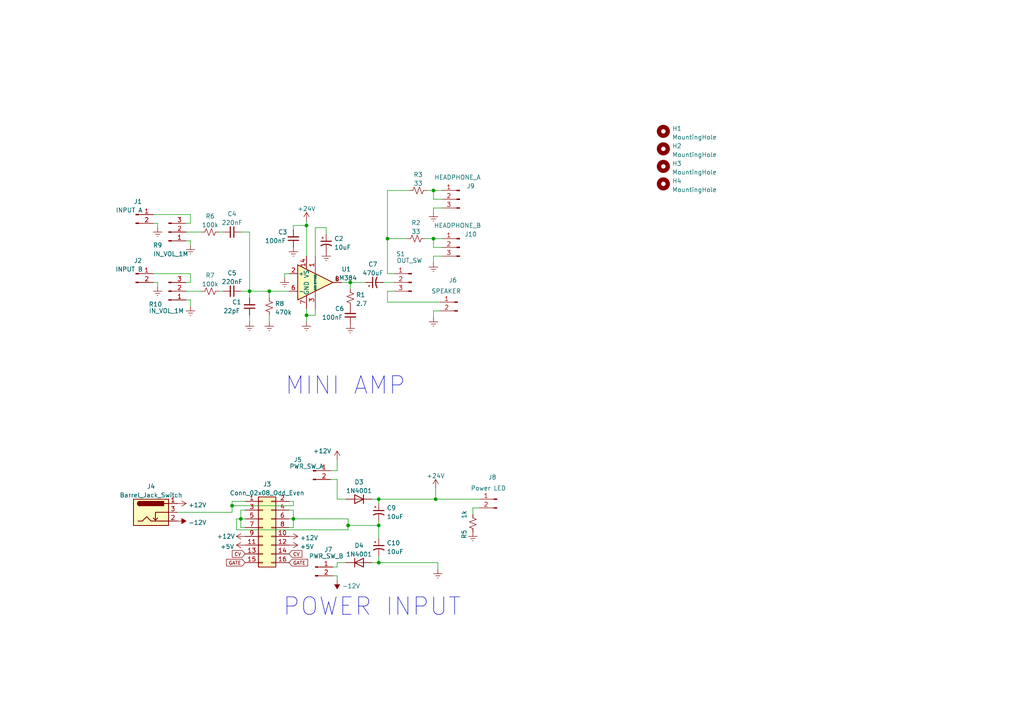
<source format=kicad_sch>
(kicad_sch (version 20211123) (generator eeschema)

  (uuid 8ec51121-6d80-4ad3-8ed7-33d09e783996)

  (paper "A4")

  (lib_symbols
    (symbol "Amplifier_Audio:LM384" (pin_names (offset 0.127)) (in_bom yes) (on_board yes)
      (property "Reference" "U" (id 0) (at 5.08 6.35 0)
        (effects (font (size 1.27 1.27)))
      )
      (property "Value" "LM384" (id 1) (at 5.08 3.81 0)
        (effects (font (size 1.27 1.27)))
      )
      (property "Footprint" "Package_DIP:DIP-14_W7.62mm" (id 2) (at 0 0 0)
        (effects (font (size 1.27 1.27) italic) hide)
      )
      (property "Datasheet" "http://www.ti.com/lit/ds/symlink/lm384.pdf" (id 3) (at 0 0 0)
        (effects (font (size 1.27 1.27)) hide)
      )
      (property "ki_keywords" "audio amplifier" (id 4) (at 0 0 0)
        (effects (font (size 1.27 1.27)) hide)
      )
      (property "ki_description" "5W Audio Power Amplifier, PDIP-14" (id 5) (at 0 0 0)
        (effects (font (size 1.27 1.27)) hide)
      )
      (property "ki_fp_filters" "DIP*W7.62mm*" (id 6) (at 0 0 0)
        (effects (font (size 1.27 1.27)) hide)
      )
      (symbol "LM384_0_1"
        (polyline
          (pts
            (xy -5.08 5.08)
            (xy 5.08 0)
            (xy -5.08 -5.08)
            (xy -5.08 5.08)
          )
          (stroke (width 0.254) (type default) (color 0 0 0 0))
          (fill (type background))
        )
      )
      (symbol "LM384_1_1"
        (pin passive line (at 0 7.62 270) (length 5.08)
          (name "BYPASS" (effects (font (size 0.508 0.508))))
          (number "1" (effects (font (size 1.27 1.27))))
        )
        (pin passive line (at 0 -7.62 90) (length 5.08) hide
          (name "GND" (effects (font (size 0.508 0.508))))
          (number "10" (effects (font (size 1.27 1.27))))
        )
        (pin passive line (at 0 -7.62 90) (length 5.08) hide
          (name "GND" (effects (font (size 0.508 0.508))))
          (number "11" (effects (font (size 1.27 1.27))))
        )
        (pin passive line (at 0 -7.62 90) (length 5.08) hide
          (name "GND" (effects (font (size 0.508 0.508))))
          (number "12" (effects (font (size 1.27 1.27))))
        )
        (pin no_connect line (at 0 2.54 270) (length 2.54) hide
          (name "NC" (effects (font (size 1.27 1.27))))
          (number "13" (effects (font (size 1.27 1.27))))
        )
        (pin power_in line (at -2.54 7.62 270) (length 3.81)
          (name "VS" (effects (font (size 1.27 1.27))))
          (number "14" (effects (font (size 1.27 1.27))))
        )
        (pin input line (at -7.62 2.54 0) (length 2.54)
          (name "+" (effects (font (size 1.27 1.27))))
          (number "2" (effects (font (size 1.27 1.27))))
        )
        (pin power_in line (at 0 -7.62 90) (length 5.08)
          (name "GND" (effects (font (size 0.508 0.508))))
          (number "3" (effects (font (size 1.27 1.27))))
        )
        (pin passive line (at 0 -7.62 90) (length 5.08) hide
          (name "GND" (effects (font (size 0.508 0.508))))
          (number "4" (effects (font (size 1.27 1.27))))
        )
        (pin passive line (at 0 -7.62 90) (length 5.08) hide
          (name "GND" (effects (font (size 0.508 0.508))))
          (number "5" (effects (font (size 1.27 1.27))))
        )
        (pin input line (at -7.62 -2.54 0) (length 2.54)
          (name "-" (effects (font (size 1.27 1.27))))
          (number "6" (effects (font (size 1.27 1.27))))
        )
        (pin power_in line (at -2.54 -7.62 90) (length 3.81)
          (name "GND" (effects (font (size 1.27 1.27))))
          (number "7" (effects (font (size 1.27 1.27))))
        )
        (pin output line (at 7.62 0 180) (length 2.54)
          (name "~" (effects (font (size 1.27 1.27))))
          (number "8" (effects (font (size 1.27 1.27))))
        )
        (pin no_connect line (at -2.54 2.54 270) (length 2.54) hide
          (name "NC" (effects (font (size 1.27 1.27))))
          (number "9" (effects (font (size 1.27 1.27))))
        )
      )
    )
    (symbol "Connector:Barrel_Jack_Switch" (pin_names hide) (in_bom yes) (on_board yes)
      (property "Reference" "J" (id 0) (at 0 5.334 0)
        (effects (font (size 1.27 1.27)))
      )
      (property "Value" "Barrel_Jack_Switch" (id 1) (at 0 -5.08 0)
        (effects (font (size 1.27 1.27)))
      )
      (property "Footprint" "" (id 2) (at 1.27 -1.016 0)
        (effects (font (size 1.27 1.27)) hide)
      )
      (property "Datasheet" "~" (id 3) (at 1.27 -1.016 0)
        (effects (font (size 1.27 1.27)) hide)
      )
      (property "ki_keywords" "DC power barrel jack connector" (id 4) (at 0 0 0)
        (effects (font (size 1.27 1.27)) hide)
      )
      (property "ki_description" "DC Barrel Jack with an internal switch" (id 5) (at 0 0 0)
        (effects (font (size 1.27 1.27)) hide)
      )
      (property "ki_fp_filters" "BarrelJack*" (id 6) (at 0 0 0)
        (effects (font (size 1.27 1.27)) hide)
      )
      (symbol "Barrel_Jack_Switch_0_1"
        (rectangle (start -5.08 3.81) (end 5.08 -3.81)
          (stroke (width 0.254) (type default) (color 0 0 0 0))
          (fill (type background))
        )
        (arc (start -3.302 3.175) (mid -3.937 2.54) (end -3.302 1.905)
          (stroke (width 0.254) (type default) (color 0 0 0 0))
          (fill (type none))
        )
        (arc (start -3.302 3.175) (mid -3.937 2.54) (end -3.302 1.905)
          (stroke (width 0.254) (type default) (color 0 0 0 0))
          (fill (type outline))
        )
        (polyline
          (pts
            (xy 1.27 -2.286)
            (xy 1.905 -1.651)
          )
          (stroke (width 0.254) (type default) (color 0 0 0 0))
          (fill (type none))
        )
        (polyline
          (pts
            (xy 5.08 2.54)
            (xy 3.81 2.54)
          )
          (stroke (width 0.254) (type default) (color 0 0 0 0))
          (fill (type none))
        )
        (polyline
          (pts
            (xy 5.08 0)
            (xy 1.27 0)
            (xy 1.27 -2.286)
            (xy 0.635 -1.651)
          )
          (stroke (width 0.254) (type default) (color 0 0 0 0))
          (fill (type none))
        )
        (polyline
          (pts
            (xy -3.81 -2.54)
            (xy -2.54 -2.54)
            (xy -1.27 -1.27)
            (xy 0 -2.54)
            (xy 2.54 -2.54)
            (xy 5.08 -2.54)
          )
          (stroke (width 0.254) (type default) (color 0 0 0 0))
          (fill (type none))
        )
        (rectangle (start 3.683 3.175) (end -3.302 1.905)
          (stroke (width 0.254) (type default) (color 0 0 0 0))
          (fill (type outline))
        )
      )
      (symbol "Barrel_Jack_Switch_1_1"
        (pin passive line (at 7.62 2.54 180) (length 2.54)
          (name "~" (effects (font (size 1.27 1.27))))
          (number "1" (effects (font (size 1.27 1.27))))
        )
        (pin passive line (at 7.62 -2.54 180) (length 2.54)
          (name "~" (effects (font (size 1.27 1.27))))
          (number "2" (effects (font (size 1.27 1.27))))
        )
        (pin passive line (at 7.62 0 180) (length 2.54)
          (name "~" (effects (font (size 1.27 1.27))))
          (number "3" (effects (font (size 1.27 1.27))))
        )
      )
    )
    (symbol "Connector:Conn_01x02_Male" (pin_names (offset 1.016) hide) (in_bom yes) (on_board yes)
      (property "Reference" "J" (id 0) (at 0 2.54 0)
        (effects (font (size 1.27 1.27)))
      )
      (property "Value" "Conn_01x02_Male" (id 1) (at 0 -5.08 0)
        (effects (font (size 1.27 1.27)))
      )
      (property "Footprint" "" (id 2) (at 0 0 0)
        (effects (font (size 1.27 1.27)) hide)
      )
      (property "Datasheet" "~" (id 3) (at 0 0 0)
        (effects (font (size 1.27 1.27)) hide)
      )
      (property "ki_keywords" "connector" (id 4) (at 0 0 0)
        (effects (font (size 1.27 1.27)) hide)
      )
      (property "ki_description" "Generic connector, single row, 01x02, script generated (kicad-library-utils/schlib/autogen/connector/)" (id 5) (at 0 0 0)
        (effects (font (size 1.27 1.27)) hide)
      )
      (property "ki_fp_filters" "Connector*:*_1x??_*" (id 6) (at 0 0 0)
        (effects (font (size 1.27 1.27)) hide)
      )
      (symbol "Conn_01x02_Male_1_1"
        (polyline
          (pts
            (xy 1.27 -2.54)
            (xy 0.8636 -2.54)
          )
          (stroke (width 0.1524) (type default) (color 0 0 0 0))
          (fill (type none))
        )
        (polyline
          (pts
            (xy 1.27 0)
            (xy 0.8636 0)
          )
          (stroke (width 0.1524) (type default) (color 0 0 0 0))
          (fill (type none))
        )
        (rectangle (start 0.8636 -2.413) (end 0 -2.667)
          (stroke (width 0.1524) (type default) (color 0 0 0 0))
          (fill (type outline))
        )
        (rectangle (start 0.8636 0.127) (end 0 -0.127)
          (stroke (width 0.1524) (type default) (color 0 0 0 0))
          (fill (type outline))
        )
        (pin passive line (at 5.08 0 180) (length 3.81)
          (name "Pin_1" (effects (font (size 1.27 1.27))))
          (number "1" (effects (font (size 1.27 1.27))))
        )
        (pin passive line (at 5.08 -2.54 180) (length 3.81)
          (name "Pin_2" (effects (font (size 1.27 1.27))))
          (number "2" (effects (font (size 1.27 1.27))))
        )
      )
    )
    (symbol "Connector:Conn_01x03_Male" (pin_names (offset 1.016) hide) (in_bom yes) (on_board yes)
      (property "Reference" "J" (id 0) (at 0 5.08 0)
        (effects (font (size 1.27 1.27)))
      )
      (property "Value" "Conn_01x03_Male" (id 1) (at 0 -5.08 0)
        (effects (font (size 1.27 1.27)))
      )
      (property "Footprint" "" (id 2) (at 0 0 0)
        (effects (font (size 1.27 1.27)) hide)
      )
      (property "Datasheet" "~" (id 3) (at 0 0 0)
        (effects (font (size 1.27 1.27)) hide)
      )
      (property "ki_keywords" "connector" (id 4) (at 0 0 0)
        (effects (font (size 1.27 1.27)) hide)
      )
      (property "ki_description" "Generic connector, single row, 01x03, script generated (kicad-library-utils/schlib/autogen/connector/)" (id 5) (at 0 0 0)
        (effects (font (size 1.27 1.27)) hide)
      )
      (property "ki_fp_filters" "Connector*:*_1x??_*" (id 6) (at 0 0 0)
        (effects (font (size 1.27 1.27)) hide)
      )
      (symbol "Conn_01x03_Male_1_1"
        (polyline
          (pts
            (xy 1.27 -2.54)
            (xy 0.8636 -2.54)
          )
          (stroke (width 0.1524) (type default) (color 0 0 0 0))
          (fill (type none))
        )
        (polyline
          (pts
            (xy 1.27 0)
            (xy 0.8636 0)
          )
          (stroke (width 0.1524) (type default) (color 0 0 0 0))
          (fill (type none))
        )
        (polyline
          (pts
            (xy 1.27 2.54)
            (xy 0.8636 2.54)
          )
          (stroke (width 0.1524) (type default) (color 0 0 0 0))
          (fill (type none))
        )
        (rectangle (start 0.8636 -2.413) (end 0 -2.667)
          (stroke (width 0.1524) (type default) (color 0 0 0 0))
          (fill (type outline))
        )
        (rectangle (start 0.8636 0.127) (end 0 -0.127)
          (stroke (width 0.1524) (type default) (color 0 0 0 0))
          (fill (type outline))
        )
        (rectangle (start 0.8636 2.667) (end 0 2.413)
          (stroke (width 0.1524) (type default) (color 0 0 0 0))
          (fill (type outline))
        )
        (pin passive line (at 5.08 2.54 180) (length 3.81)
          (name "Pin_1" (effects (font (size 1.27 1.27))))
          (number "1" (effects (font (size 1.27 1.27))))
        )
        (pin passive line (at 5.08 0 180) (length 3.81)
          (name "Pin_2" (effects (font (size 1.27 1.27))))
          (number "2" (effects (font (size 1.27 1.27))))
        )
        (pin passive line (at 5.08 -2.54 180) (length 3.81)
          (name "Pin_3" (effects (font (size 1.27 1.27))))
          (number "3" (effects (font (size 1.27 1.27))))
        )
      )
    )
    (symbol "Connector_Generic:Conn_02x08_Odd_Even" (pin_names (offset 1.016) hide) (in_bom yes) (on_board yes)
      (property "Reference" "J" (id 0) (at 1.27 10.16 0)
        (effects (font (size 1.27 1.27)))
      )
      (property "Value" "Conn_02x08_Odd_Even" (id 1) (at 1.27 -12.7 0)
        (effects (font (size 1.27 1.27)))
      )
      (property "Footprint" "" (id 2) (at 0 0 0)
        (effects (font (size 1.27 1.27)) hide)
      )
      (property "Datasheet" "~" (id 3) (at 0 0 0)
        (effects (font (size 1.27 1.27)) hide)
      )
      (property "ki_keywords" "connector" (id 4) (at 0 0 0)
        (effects (font (size 1.27 1.27)) hide)
      )
      (property "ki_description" "Generic connector, double row, 02x08, odd/even pin numbering scheme (row 1 odd numbers, row 2 even numbers), script generated (kicad-library-utils/schlib/autogen/connector/)" (id 5) (at 0 0 0)
        (effects (font (size 1.27 1.27)) hide)
      )
      (property "ki_fp_filters" "Connector*:*_2x??_*" (id 6) (at 0 0 0)
        (effects (font (size 1.27 1.27)) hide)
      )
      (symbol "Conn_02x08_Odd_Even_1_1"
        (rectangle (start -1.27 -10.033) (end 0 -10.287)
          (stroke (width 0.1524) (type default) (color 0 0 0 0))
          (fill (type none))
        )
        (rectangle (start -1.27 -7.493) (end 0 -7.747)
          (stroke (width 0.1524) (type default) (color 0 0 0 0))
          (fill (type none))
        )
        (rectangle (start -1.27 -4.953) (end 0 -5.207)
          (stroke (width 0.1524) (type default) (color 0 0 0 0))
          (fill (type none))
        )
        (rectangle (start -1.27 -2.413) (end 0 -2.667)
          (stroke (width 0.1524) (type default) (color 0 0 0 0))
          (fill (type none))
        )
        (rectangle (start -1.27 0.127) (end 0 -0.127)
          (stroke (width 0.1524) (type default) (color 0 0 0 0))
          (fill (type none))
        )
        (rectangle (start -1.27 2.667) (end 0 2.413)
          (stroke (width 0.1524) (type default) (color 0 0 0 0))
          (fill (type none))
        )
        (rectangle (start -1.27 5.207) (end 0 4.953)
          (stroke (width 0.1524) (type default) (color 0 0 0 0))
          (fill (type none))
        )
        (rectangle (start -1.27 7.747) (end 0 7.493)
          (stroke (width 0.1524) (type default) (color 0 0 0 0))
          (fill (type none))
        )
        (rectangle (start -1.27 8.89) (end 3.81 -11.43)
          (stroke (width 0.254) (type default) (color 0 0 0 0))
          (fill (type background))
        )
        (rectangle (start 3.81 -10.033) (end 2.54 -10.287)
          (stroke (width 0.1524) (type default) (color 0 0 0 0))
          (fill (type none))
        )
        (rectangle (start 3.81 -7.493) (end 2.54 -7.747)
          (stroke (width 0.1524) (type default) (color 0 0 0 0))
          (fill (type none))
        )
        (rectangle (start 3.81 -4.953) (end 2.54 -5.207)
          (stroke (width 0.1524) (type default) (color 0 0 0 0))
          (fill (type none))
        )
        (rectangle (start 3.81 -2.413) (end 2.54 -2.667)
          (stroke (width 0.1524) (type default) (color 0 0 0 0))
          (fill (type none))
        )
        (rectangle (start 3.81 0.127) (end 2.54 -0.127)
          (stroke (width 0.1524) (type default) (color 0 0 0 0))
          (fill (type none))
        )
        (rectangle (start 3.81 2.667) (end 2.54 2.413)
          (stroke (width 0.1524) (type default) (color 0 0 0 0))
          (fill (type none))
        )
        (rectangle (start 3.81 5.207) (end 2.54 4.953)
          (stroke (width 0.1524) (type default) (color 0 0 0 0))
          (fill (type none))
        )
        (rectangle (start 3.81 7.747) (end 2.54 7.493)
          (stroke (width 0.1524) (type default) (color 0 0 0 0))
          (fill (type none))
        )
        (pin passive line (at -5.08 7.62 0) (length 3.81)
          (name "Pin_1" (effects (font (size 1.27 1.27))))
          (number "1" (effects (font (size 1.27 1.27))))
        )
        (pin passive line (at 7.62 -2.54 180) (length 3.81)
          (name "Pin_10" (effects (font (size 1.27 1.27))))
          (number "10" (effects (font (size 1.27 1.27))))
        )
        (pin passive line (at -5.08 -5.08 0) (length 3.81)
          (name "Pin_11" (effects (font (size 1.27 1.27))))
          (number "11" (effects (font (size 1.27 1.27))))
        )
        (pin passive line (at 7.62 -5.08 180) (length 3.81)
          (name "Pin_12" (effects (font (size 1.27 1.27))))
          (number "12" (effects (font (size 1.27 1.27))))
        )
        (pin passive line (at -5.08 -7.62 0) (length 3.81)
          (name "Pin_13" (effects (font (size 1.27 1.27))))
          (number "13" (effects (font (size 1.27 1.27))))
        )
        (pin passive line (at 7.62 -7.62 180) (length 3.81)
          (name "Pin_14" (effects (font (size 1.27 1.27))))
          (number "14" (effects (font (size 1.27 1.27))))
        )
        (pin passive line (at -5.08 -10.16 0) (length 3.81)
          (name "Pin_15" (effects (font (size 1.27 1.27))))
          (number "15" (effects (font (size 1.27 1.27))))
        )
        (pin passive line (at 7.62 -10.16 180) (length 3.81)
          (name "Pin_16" (effects (font (size 1.27 1.27))))
          (number "16" (effects (font (size 1.27 1.27))))
        )
        (pin passive line (at 7.62 7.62 180) (length 3.81)
          (name "Pin_2" (effects (font (size 1.27 1.27))))
          (number "2" (effects (font (size 1.27 1.27))))
        )
        (pin passive line (at -5.08 5.08 0) (length 3.81)
          (name "Pin_3" (effects (font (size 1.27 1.27))))
          (number "3" (effects (font (size 1.27 1.27))))
        )
        (pin passive line (at 7.62 5.08 180) (length 3.81)
          (name "Pin_4" (effects (font (size 1.27 1.27))))
          (number "4" (effects (font (size 1.27 1.27))))
        )
        (pin passive line (at -5.08 2.54 0) (length 3.81)
          (name "Pin_5" (effects (font (size 1.27 1.27))))
          (number "5" (effects (font (size 1.27 1.27))))
        )
        (pin passive line (at 7.62 2.54 180) (length 3.81)
          (name "Pin_6" (effects (font (size 1.27 1.27))))
          (number "6" (effects (font (size 1.27 1.27))))
        )
        (pin passive line (at -5.08 0 0) (length 3.81)
          (name "Pin_7" (effects (font (size 1.27 1.27))))
          (number "7" (effects (font (size 1.27 1.27))))
        )
        (pin passive line (at 7.62 0 180) (length 3.81)
          (name "Pin_8" (effects (font (size 1.27 1.27))))
          (number "8" (effects (font (size 1.27 1.27))))
        )
        (pin passive line (at -5.08 -2.54 0) (length 3.81)
          (name "Pin_9" (effects (font (size 1.27 1.27))))
          (number "9" (effects (font (size 1.27 1.27))))
        )
      )
    )
    (symbol "Device:C_Polarized_Small_US" (pin_numbers hide) (pin_names (offset 0.254) hide) (in_bom yes) (on_board yes)
      (property "Reference" "C" (id 0) (at 0.254 1.778 0)
        (effects (font (size 1.27 1.27)) (justify left))
      )
      (property "Value" "C_Polarized_Small_US" (id 1) (at 0.254 -2.032 0)
        (effects (font (size 1.27 1.27)) (justify left))
      )
      (property "Footprint" "" (id 2) (at 0 0 0)
        (effects (font (size 1.27 1.27)) hide)
      )
      (property "Datasheet" "~" (id 3) (at 0 0 0)
        (effects (font (size 1.27 1.27)) hide)
      )
      (property "ki_keywords" "cap capacitor" (id 4) (at 0 0 0)
        (effects (font (size 1.27 1.27)) hide)
      )
      (property "ki_description" "Polarized capacitor, small US symbol" (id 5) (at 0 0 0)
        (effects (font (size 1.27 1.27)) hide)
      )
      (property "ki_fp_filters" "CP_*" (id 6) (at 0 0 0)
        (effects (font (size 1.27 1.27)) hide)
      )
      (symbol "C_Polarized_Small_US_0_1"
        (polyline
          (pts
            (xy -1.524 0.508)
            (xy 1.524 0.508)
          )
          (stroke (width 0.3048) (type default) (color 0 0 0 0))
          (fill (type none))
        )
        (polyline
          (pts
            (xy -1.27 1.524)
            (xy -0.762 1.524)
          )
          (stroke (width 0) (type default) (color 0 0 0 0))
          (fill (type none))
        )
        (polyline
          (pts
            (xy -1.016 1.27)
            (xy -1.016 1.778)
          )
          (stroke (width 0) (type default) (color 0 0 0 0))
          (fill (type none))
        )
        (arc (start 1.524 -0.762) (mid 0 -0.3734) (end -1.524 -0.762)
          (stroke (width 0.3048) (type default) (color 0 0 0 0))
          (fill (type none))
        )
      )
      (symbol "C_Polarized_Small_US_1_1"
        (pin passive line (at 0 2.54 270) (length 2.032)
          (name "~" (effects (font (size 1.27 1.27))))
          (number "1" (effects (font (size 1.27 1.27))))
        )
        (pin passive line (at 0 -2.54 90) (length 2.032)
          (name "~" (effects (font (size 1.27 1.27))))
          (number "2" (effects (font (size 1.27 1.27))))
        )
      )
    )
    (symbol "Device:C_Small" (pin_numbers hide) (pin_names (offset 0.254) hide) (in_bom yes) (on_board yes)
      (property "Reference" "C" (id 0) (at 0.254 1.778 0)
        (effects (font (size 1.27 1.27)) (justify left))
      )
      (property "Value" "C_Small" (id 1) (at 0.254 -2.032 0)
        (effects (font (size 1.27 1.27)) (justify left))
      )
      (property "Footprint" "" (id 2) (at 0 0 0)
        (effects (font (size 1.27 1.27)) hide)
      )
      (property "Datasheet" "~" (id 3) (at 0 0 0)
        (effects (font (size 1.27 1.27)) hide)
      )
      (property "ki_keywords" "capacitor cap" (id 4) (at 0 0 0)
        (effects (font (size 1.27 1.27)) hide)
      )
      (property "ki_description" "Unpolarized capacitor, small symbol" (id 5) (at 0 0 0)
        (effects (font (size 1.27 1.27)) hide)
      )
      (property "ki_fp_filters" "C_*" (id 6) (at 0 0 0)
        (effects (font (size 1.27 1.27)) hide)
      )
      (symbol "C_Small_0_1"
        (polyline
          (pts
            (xy -1.524 -0.508)
            (xy 1.524 -0.508)
          )
          (stroke (width 0.3302) (type default) (color 0 0 0 0))
          (fill (type none))
        )
        (polyline
          (pts
            (xy -1.524 0.508)
            (xy 1.524 0.508)
          )
          (stroke (width 0.3048) (type default) (color 0 0 0 0))
          (fill (type none))
        )
      )
      (symbol "C_Small_1_1"
        (pin passive line (at 0 2.54 270) (length 2.032)
          (name "~" (effects (font (size 1.27 1.27))))
          (number "1" (effects (font (size 1.27 1.27))))
        )
        (pin passive line (at 0 -2.54 90) (length 2.032)
          (name "~" (effects (font (size 1.27 1.27))))
          (number "2" (effects (font (size 1.27 1.27))))
        )
      )
    )
    (symbol "Device:R_Small_US" (pin_numbers hide) (pin_names (offset 0.254) hide) (in_bom yes) (on_board yes)
      (property "Reference" "R" (id 0) (at 0.762 0.508 0)
        (effects (font (size 1.27 1.27)) (justify left))
      )
      (property "Value" "R_Small_US" (id 1) (at 0.762 -1.016 0)
        (effects (font (size 1.27 1.27)) (justify left))
      )
      (property "Footprint" "" (id 2) (at 0 0 0)
        (effects (font (size 1.27 1.27)) hide)
      )
      (property "Datasheet" "~" (id 3) (at 0 0 0)
        (effects (font (size 1.27 1.27)) hide)
      )
      (property "ki_keywords" "r resistor" (id 4) (at 0 0 0)
        (effects (font (size 1.27 1.27)) hide)
      )
      (property "ki_description" "Resistor, small US symbol" (id 5) (at 0 0 0)
        (effects (font (size 1.27 1.27)) hide)
      )
      (property "ki_fp_filters" "R_*" (id 6) (at 0 0 0)
        (effects (font (size 1.27 1.27)) hide)
      )
      (symbol "R_Small_US_1_1"
        (polyline
          (pts
            (xy 0 0)
            (xy 1.016 -0.381)
            (xy 0 -0.762)
            (xy -1.016 -1.143)
            (xy 0 -1.524)
          )
          (stroke (width 0) (type default) (color 0 0 0 0))
          (fill (type none))
        )
        (polyline
          (pts
            (xy 0 1.524)
            (xy 1.016 1.143)
            (xy 0 0.762)
            (xy -1.016 0.381)
            (xy 0 0)
          )
          (stroke (width 0) (type default) (color 0 0 0 0))
          (fill (type none))
        )
        (pin passive line (at 0 2.54 270) (length 1.016)
          (name "~" (effects (font (size 1.27 1.27))))
          (number "1" (effects (font (size 1.27 1.27))))
        )
        (pin passive line (at 0 -2.54 90) (length 1.016)
          (name "~" (effects (font (size 1.27 1.27))))
          (number "2" (effects (font (size 1.27 1.27))))
        )
      )
    )
    (symbol "Diode:1N4001" (pin_numbers hide) (pin_names (offset 1.016) hide) (in_bom yes) (on_board yes)
      (property "Reference" "D" (id 0) (at 0 2.54 0)
        (effects (font (size 1.27 1.27)))
      )
      (property "Value" "1N4001" (id 1) (at 0 -2.54 0)
        (effects (font (size 1.27 1.27)))
      )
      (property "Footprint" "Diode_THT:D_DO-41_SOD81_P10.16mm_Horizontal" (id 2) (at 0 -4.445 0)
        (effects (font (size 1.27 1.27)) hide)
      )
      (property "Datasheet" "http://www.vishay.com/docs/88503/1n4001.pdf" (id 3) (at 0 0 0)
        (effects (font (size 1.27 1.27)) hide)
      )
      (property "ki_keywords" "diode" (id 4) (at 0 0 0)
        (effects (font (size 1.27 1.27)) hide)
      )
      (property "ki_description" "50V 1A General Purpose Rectifier Diode, DO-41" (id 5) (at 0 0 0)
        (effects (font (size 1.27 1.27)) hide)
      )
      (property "ki_fp_filters" "D*DO?41*" (id 6) (at 0 0 0)
        (effects (font (size 1.27 1.27)) hide)
      )
      (symbol "1N4001_0_1"
        (polyline
          (pts
            (xy -1.27 1.27)
            (xy -1.27 -1.27)
          )
          (stroke (width 0.254) (type default) (color 0 0 0 0))
          (fill (type none))
        )
        (polyline
          (pts
            (xy 1.27 0)
            (xy -1.27 0)
          )
          (stroke (width 0) (type default) (color 0 0 0 0))
          (fill (type none))
        )
        (polyline
          (pts
            (xy 1.27 1.27)
            (xy 1.27 -1.27)
            (xy -1.27 0)
            (xy 1.27 1.27)
          )
          (stroke (width 0.254) (type default) (color 0 0 0 0))
          (fill (type none))
        )
      )
      (symbol "1N4001_1_1"
        (pin passive line (at -3.81 0 0) (length 2.54)
          (name "K" (effects (font (size 1.27 1.27))))
          (number "1" (effects (font (size 1.27 1.27))))
        )
        (pin passive line (at 3.81 0 180) (length 2.54)
          (name "A" (effects (font (size 1.27 1.27))))
          (number "2" (effects (font (size 1.27 1.27))))
        )
      )
    )
    (symbol "Mechanical:MountingHole" (pin_names (offset 1.016)) (in_bom yes) (on_board yes)
      (property "Reference" "H" (id 0) (at 0 5.08 0)
        (effects (font (size 1.27 1.27)))
      )
      (property "Value" "MountingHole" (id 1) (at 0 3.175 0)
        (effects (font (size 1.27 1.27)))
      )
      (property "Footprint" "" (id 2) (at 0 0 0)
        (effects (font (size 1.27 1.27)) hide)
      )
      (property "Datasheet" "~" (id 3) (at 0 0 0)
        (effects (font (size 1.27 1.27)) hide)
      )
      (property "ki_keywords" "mounting hole" (id 4) (at 0 0 0)
        (effects (font (size 1.27 1.27)) hide)
      )
      (property "ki_description" "Mounting Hole without connection" (id 5) (at 0 0 0)
        (effects (font (size 1.27 1.27)) hide)
      )
      (property "ki_fp_filters" "MountingHole*" (id 6) (at 0 0 0)
        (effects (font (size 1.27 1.27)) hide)
      )
      (symbol "MountingHole_0_1"
        (circle (center 0 0) (radius 1.27)
          (stroke (width 1.27) (type default) (color 0 0 0 0))
          (fill (type none))
        )
      )
    )
    (symbol "power:+12V" (power) (pin_names (offset 0)) (in_bom yes) (on_board yes)
      (property "Reference" "#PWR" (id 0) (at 0 -3.81 0)
        (effects (font (size 1.27 1.27)) hide)
      )
      (property "Value" "+12V" (id 1) (at 0 3.556 0)
        (effects (font (size 1.27 1.27)))
      )
      (property "Footprint" "" (id 2) (at 0 0 0)
        (effects (font (size 1.27 1.27)) hide)
      )
      (property "Datasheet" "" (id 3) (at 0 0 0)
        (effects (font (size 1.27 1.27)) hide)
      )
      (property "ki_keywords" "power-flag" (id 4) (at 0 0 0)
        (effects (font (size 1.27 1.27)) hide)
      )
      (property "ki_description" "Power symbol creates a global label with name \"+12V\"" (id 5) (at 0 0 0)
        (effects (font (size 1.27 1.27)) hide)
      )
      (symbol "+12V_0_1"
        (polyline
          (pts
            (xy -0.762 1.27)
            (xy 0 2.54)
          )
          (stroke (width 0) (type default) (color 0 0 0 0))
          (fill (type none))
        )
        (polyline
          (pts
            (xy 0 0)
            (xy 0 2.54)
          )
          (stroke (width 0) (type default) (color 0 0 0 0))
          (fill (type none))
        )
        (polyline
          (pts
            (xy 0 2.54)
            (xy 0.762 1.27)
          )
          (stroke (width 0) (type default) (color 0 0 0 0))
          (fill (type none))
        )
      )
      (symbol "+12V_1_1"
        (pin power_in line (at 0 0 90) (length 0) hide
          (name "+12V" (effects (font (size 1.27 1.27))))
          (number "1" (effects (font (size 1.27 1.27))))
        )
      )
    )
    (symbol "power:+24V" (power) (pin_names (offset 0)) (in_bom yes) (on_board yes)
      (property "Reference" "#PWR" (id 0) (at 0 -3.81 0)
        (effects (font (size 1.27 1.27)) hide)
      )
      (property "Value" "+24V" (id 1) (at 0 3.556 0)
        (effects (font (size 1.27 1.27)))
      )
      (property "Footprint" "" (id 2) (at 0 0 0)
        (effects (font (size 1.27 1.27)) hide)
      )
      (property "Datasheet" "" (id 3) (at 0 0 0)
        (effects (font (size 1.27 1.27)) hide)
      )
      (property "ki_keywords" "power-flag" (id 4) (at 0 0 0)
        (effects (font (size 1.27 1.27)) hide)
      )
      (property "ki_description" "Power symbol creates a global label with name \"+24V\"" (id 5) (at 0 0 0)
        (effects (font (size 1.27 1.27)) hide)
      )
      (symbol "+24V_0_1"
        (polyline
          (pts
            (xy -0.762 1.27)
            (xy 0 2.54)
          )
          (stroke (width 0) (type default) (color 0 0 0 0))
          (fill (type none))
        )
        (polyline
          (pts
            (xy 0 0)
            (xy 0 2.54)
          )
          (stroke (width 0) (type default) (color 0 0 0 0))
          (fill (type none))
        )
        (polyline
          (pts
            (xy 0 2.54)
            (xy 0.762 1.27)
          )
          (stroke (width 0) (type default) (color 0 0 0 0))
          (fill (type none))
        )
      )
      (symbol "+24V_1_1"
        (pin power_in line (at 0 0 90) (length 0) hide
          (name "+24V" (effects (font (size 1.27 1.27))))
          (number "1" (effects (font (size 1.27 1.27))))
        )
      )
    )
    (symbol "power:+5V" (power) (pin_names (offset 0)) (in_bom yes) (on_board yes)
      (property "Reference" "#PWR" (id 0) (at 0 -3.81 0)
        (effects (font (size 1.27 1.27)) hide)
      )
      (property "Value" "+5V" (id 1) (at 0 3.556 0)
        (effects (font (size 1.27 1.27)))
      )
      (property "Footprint" "" (id 2) (at 0 0 0)
        (effects (font (size 1.27 1.27)) hide)
      )
      (property "Datasheet" "" (id 3) (at 0 0 0)
        (effects (font (size 1.27 1.27)) hide)
      )
      (property "ki_keywords" "power-flag" (id 4) (at 0 0 0)
        (effects (font (size 1.27 1.27)) hide)
      )
      (property "ki_description" "Power symbol creates a global label with name \"+5V\"" (id 5) (at 0 0 0)
        (effects (font (size 1.27 1.27)) hide)
      )
      (symbol "+5V_0_1"
        (polyline
          (pts
            (xy -0.762 1.27)
            (xy 0 2.54)
          )
          (stroke (width 0) (type default) (color 0 0 0 0))
          (fill (type none))
        )
        (polyline
          (pts
            (xy 0 0)
            (xy 0 2.54)
          )
          (stroke (width 0) (type default) (color 0 0 0 0))
          (fill (type none))
        )
        (polyline
          (pts
            (xy 0 2.54)
            (xy 0.762 1.27)
          )
          (stroke (width 0) (type default) (color 0 0 0 0))
          (fill (type none))
        )
      )
      (symbol "+5V_1_1"
        (pin power_in line (at 0 0 90) (length 0) hide
          (name "+5V" (effects (font (size 1.27 1.27))))
          (number "1" (effects (font (size 1.27 1.27))))
        )
      )
    )
    (symbol "power:-12V" (power) (pin_names (offset 0)) (in_bom yes) (on_board yes)
      (property "Reference" "#PWR" (id 0) (at 0 2.54 0)
        (effects (font (size 1.27 1.27)) hide)
      )
      (property "Value" "-12V" (id 1) (at 0 3.81 0)
        (effects (font (size 1.27 1.27)))
      )
      (property "Footprint" "" (id 2) (at 0 0 0)
        (effects (font (size 1.27 1.27)) hide)
      )
      (property "Datasheet" "" (id 3) (at 0 0 0)
        (effects (font (size 1.27 1.27)) hide)
      )
      (property "ki_keywords" "power-flag" (id 4) (at 0 0 0)
        (effects (font (size 1.27 1.27)) hide)
      )
      (property "ki_description" "Power symbol creates a global label with name \"-12V\"" (id 5) (at 0 0 0)
        (effects (font (size 1.27 1.27)) hide)
      )
      (symbol "-12V_0_0"
        (pin power_in line (at 0 0 90) (length 0) hide
          (name "-12V" (effects (font (size 1.27 1.27))))
          (number "1" (effects (font (size 1.27 1.27))))
        )
      )
      (symbol "-12V_0_1"
        (polyline
          (pts
            (xy 0 0)
            (xy 0 1.27)
            (xy 0.762 1.27)
            (xy 0 2.54)
            (xy -0.762 1.27)
            (xy 0 1.27)
          )
          (stroke (width 0) (type default) (color 0 0 0 0))
          (fill (type outline))
        )
      )
    )
    (symbol "power:Earth" (power) (pin_names (offset 0)) (in_bom yes) (on_board yes)
      (property "Reference" "#PWR" (id 0) (at 0 -6.35 0)
        (effects (font (size 1.27 1.27)) hide)
      )
      (property "Value" "Earth" (id 1) (at 0 -3.81 0)
        (effects (font (size 1.27 1.27)) hide)
      )
      (property "Footprint" "" (id 2) (at 0 0 0)
        (effects (font (size 1.27 1.27)) hide)
      )
      (property "Datasheet" "~" (id 3) (at 0 0 0)
        (effects (font (size 1.27 1.27)) hide)
      )
      (property "ki_keywords" "power-flag ground gnd" (id 4) (at 0 0 0)
        (effects (font (size 1.27 1.27)) hide)
      )
      (property "ki_description" "Power symbol creates a global label with name \"Earth\"" (id 5) (at 0 0 0)
        (effects (font (size 1.27 1.27)) hide)
      )
      (symbol "Earth_0_1"
        (polyline
          (pts
            (xy -0.635 -1.905)
            (xy 0.635 -1.905)
          )
          (stroke (width 0) (type default) (color 0 0 0 0))
          (fill (type none))
        )
        (polyline
          (pts
            (xy -0.127 -2.54)
            (xy 0.127 -2.54)
          )
          (stroke (width 0) (type default) (color 0 0 0 0))
          (fill (type none))
        )
        (polyline
          (pts
            (xy 0 -1.27)
            (xy 0 0)
          )
          (stroke (width 0) (type default) (color 0 0 0 0))
          (fill (type none))
        )
        (polyline
          (pts
            (xy 1.27 -1.27)
            (xy -1.27 -1.27)
          )
          (stroke (width 0) (type default) (color 0 0 0 0))
          (fill (type none))
        )
      )
      (symbol "Earth_1_1"
        (pin power_in line (at 0 0 270) (length 0) hide
          (name "Earth" (effects (font (size 1.27 1.27))))
          (number "1" (effects (font (size 1.27 1.27))))
        )
      )
    )
  )

  (junction (at 126.365 144.78) (diameter 0) (color 0 0 0 0)
    (uuid 0576c78e-d0c3-4112-8b47-5a36d5c431d5)
  )
  (junction (at 100.965 152.4) (diameter 0) (color 0 0 0 0)
    (uuid 1193c393-2337-4174-84ff-d28d66dc5c7b)
  )
  (junction (at 109.855 144.78) (diameter 0) (color 0 0 0 0)
    (uuid 271ecc1c-8497-4084-82eb-cbcb083bec6c)
  )
  (junction (at 112.395 69.215) (diameter 0) (color 0 0 0 0)
    (uuid 33911bb3-0b10-49c2-a30f-28e632782256)
  )
  (junction (at 109.855 163.195) (diameter 0) (color 0 0 0 0)
    (uuid 37fac819-475d-46e9-88cc-28a7c7e932fe)
  )
  (junction (at 88.9 65.405) (diameter 0) (color 0 0 0 0)
    (uuid 6dca4054-3043-4ceb-9bb8-6bcb2d820792)
  )
  (junction (at 67.31 146.685) (diameter 0) (color 0 0 0 0)
    (uuid 79cfab2a-30a0-4563-a66e-e59026f23db7)
  )
  (junction (at 109.855 152.4) (diameter 0) (color 0 0 0 0)
    (uuid 852950b4-7d8e-44e0-a567-387b373e315e)
  )
  (junction (at 125.73 55.245) (diameter 0) (color 0 0 0 0)
    (uuid a055ff48-7412-4a2c-84ce-bad636b9f473)
  )
  (junction (at 72.39 84.455) (diameter 0) (color 0 0 0 0)
    (uuid a14fc3be-1a33-4983-89f5-746816ac952f)
  )
  (junction (at 101.6 81.915) (diameter 0) (color 0 0 0 0)
    (uuid ab0a4474-0d80-4e0e-af79-e08108b47597)
  )
  (junction (at 85.09 150.495) (diameter 0) (color 0 0 0 0)
    (uuid ad7e69f7-b6a8-4257-a1e2-36476163bd9d)
  )
  (junction (at 88.9 91.44) (diameter 0) (color 0 0 0 0)
    (uuid b302af3c-3c01-44d3-b855-aeef9fc7409c)
  )
  (junction (at 78.105 84.455) (diameter 0) (color 0 0 0 0)
    (uuid de773cad-bca7-4f0b-a9ac-fb4593aaffcd)
  )
  (junction (at 69.85 150.495) (diameter 0) (color 0 0 0 0)
    (uuid e57e1612-ce5d-4751-9f75-35ff0c475bcb)
  )
  (junction (at 125.73 69.215) (diameter 0) (color 0 0 0 0)
    (uuid fd844455-4900-421f-9336-b323d29f39db)
  )

  (wire (pts (xy 69.85 150.495) (xy 71.12 150.495))
    (stroke (width 0) (type default) (color 0 0 0 0))
    (uuid 021f6de7-be70-4eb3-b769-2fdebab2f7b6)
  )
  (wire (pts (xy 137.16 147.32) (xy 137.16 149.225))
    (stroke (width 0) (type default) (color 0 0 0 0))
    (uuid 063c66a3-f72e-48f6-a569-cb4a75dc0cc4)
  )
  (wire (pts (xy 128.27 71.755) (xy 125.73 71.755))
    (stroke (width 0) (type default) (color 0 0 0 0))
    (uuid 0a81be47-8f91-499e-bf96-973f33aeb965)
  )
  (wire (pts (xy 53.975 86.995) (xy 55.245 86.995))
    (stroke (width 0) (type default) (color 0 0 0 0))
    (uuid 10f20177-41b9-49a8-a33e-de90444e8868)
  )
  (wire (pts (xy 67.31 146.685) (xy 67.31 148.59))
    (stroke (width 0) (type default) (color 0 0 0 0))
    (uuid 137464b6-fe40-4e45-8432-9a68c79cf740)
  )
  (wire (pts (xy 85.09 150.495) (xy 85.09 153.035))
    (stroke (width 0) (type default) (color 0 0 0 0))
    (uuid 15a3644b-9383-47ea-aae0-a2260e1f0e8d)
  )
  (wire (pts (xy 101.6 81.915) (xy 101.6 83.82))
    (stroke (width 0) (type default) (color 0 0 0 0))
    (uuid 15d5f4b2-8700-4902-9b18-c9dcbe590225)
  )
  (wire (pts (xy 91.44 89.535) (xy 91.44 91.44))
    (stroke (width 0) (type default) (color 0 0 0 0))
    (uuid 176a4966-ea92-4c3d-83ad-25e7f48725fd)
  )
  (wire (pts (xy 123.825 55.245) (xy 125.73 55.245))
    (stroke (width 0) (type default) (color 0 0 0 0))
    (uuid 19f37dfc-2141-48dc-82c6-88fb5e550744)
  )
  (wire (pts (xy 83.82 147.955) (xy 85.09 147.955))
    (stroke (width 0) (type default) (color 0 0 0 0))
    (uuid 1dfb3221-f8ca-49fb-828d-22372b8f0185)
  )
  (wire (pts (xy 85.09 65.405) (xy 85.09 66.675))
    (stroke (width 0) (type default) (color 0 0 0 0))
    (uuid 1e9225c9-008c-4842-9342-7b0c1b40597a)
  )
  (wire (pts (xy 53.975 64.77) (xy 55.245 64.77))
    (stroke (width 0) (type default) (color 0 0 0 0))
    (uuid 1e93d44a-b3e3-48a0-b1c7-b04b23307e95)
  )
  (wire (pts (xy 97.79 164.465) (xy 97.79 163.195))
    (stroke (width 0) (type default) (color 0 0 0 0))
    (uuid 1ffbc398-cd9d-4dc3-9559-3be8a464ee71)
  )
  (wire (pts (xy 125.73 71.755) (xy 125.73 69.215))
    (stroke (width 0) (type default) (color 0 0 0 0))
    (uuid 204f41b4-778a-4d03-a953-58b0eecfdae5)
  )
  (wire (pts (xy 55.245 69.85) (xy 55.245 71.12))
    (stroke (width 0) (type default) (color 0 0 0 0))
    (uuid 20e9ebfa-069f-4002-bf50-ae90476a6ffd)
  )
  (wire (pts (xy 100.965 153.67) (xy 100.965 152.4))
    (stroke (width 0) (type default) (color 0 0 0 0))
    (uuid 21c2e2cd-ea97-412d-ab7c-ea2809648198)
  )
  (wire (pts (xy 91.44 66.04) (xy 91.44 74.295))
    (stroke (width 0) (type default) (color 0 0 0 0))
    (uuid 24214d65-5be2-4932-bb91-decc226ea3d0)
  )
  (wire (pts (xy 112.395 55.245) (xy 112.395 69.215))
    (stroke (width 0) (type default) (color 0 0 0 0))
    (uuid 2450ed9f-3eef-4d96-a9ae-c7bb7db47c9a)
  )
  (wire (pts (xy 109.855 144.78) (xy 126.365 144.78))
    (stroke (width 0) (type default) (color 0 0 0 0))
    (uuid 259bef9b-90b9-40a6-8112-acbbe9cdfe31)
  )
  (wire (pts (xy 71.12 145.415) (xy 67.31 145.415))
    (stroke (width 0) (type default) (color 0 0 0 0))
    (uuid 2960c949-7fd1-4000-8603-018662a5eff5)
  )
  (wire (pts (xy 112.395 69.215) (xy 112.395 79.375))
    (stroke (width 0) (type default) (color 0 0 0 0))
    (uuid 2e13e3a7-9b27-4ae7-8b05-ac62d8159a68)
  )
  (wire (pts (xy 69.85 84.455) (xy 72.39 84.455))
    (stroke (width 0) (type default) (color 0 0 0 0))
    (uuid 2e6eb0ca-3262-43d9-a8eb-d55f7c11ca80)
  )
  (wire (pts (xy 88.9 91.44) (xy 88.9 93.345))
    (stroke (width 0) (type default) (color 0 0 0 0))
    (uuid 347c0f8a-a160-405c-a89a-c021bb2832f2)
  )
  (wire (pts (xy 109.855 144.78) (xy 109.855 146.05))
    (stroke (width 0) (type default) (color 0 0 0 0))
    (uuid 35612164-5e87-42e6-9ffa-30d6f9d097ca)
  )
  (wire (pts (xy 68.58 153.67) (xy 100.965 153.67))
    (stroke (width 0) (type default) (color 0 0 0 0))
    (uuid 366bbbf0-4290-4361-9e34-b24d6a6a5d0b)
  )
  (wire (pts (xy 83.82 145.415) (xy 85.09 145.415))
    (stroke (width 0) (type default) (color 0 0 0 0))
    (uuid 38811b57-872e-4a74-9a07-0c85888a2ed4)
  )
  (wire (pts (xy 107.95 163.195) (xy 109.855 163.195))
    (stroke (width 0) (type default) (color 0 0 0 0))
    (uuid 3b0479d8-4a3c-4dcc-9159-d6c7e8e816bd)
  )
  (wire (pts (xy 112.395 84.455) (xy 112.395 87.63))
    (stroke (width 0) (type default) (color 0 0 0 0))
    (uuid 3b25e758-a3b5-4752-8e4f-c8b9d4641fdb)
  )
  (wire (pts (xy 128.27 60.325) (xy 125.73 60.325))
    (stroke (width 0) (type default) (color 0 0 0 0))
    (uuid 3c99a7d1-e5e1-47da-9dff-2b5aa4a42738)
  )
  (wire (pts (xy 55.245 62.23) (xy 55.245 64.77))
    (stroke (width 0) (type default) (color 0 0 0 0))
    (uuid 3ff43437-055f-4474-a06e-ed1b73ba24ea)
  )
  (wire (pts (xy 107.95 144.78) (xy 109.855 144.78))
    (stroke (width 0) (type default) (color 0 0 0 0))
    (uuid 4435c616-6f84-42c4-b119-6da10bfe0faa)
  )
  (wire (pts (xy 96.52 167.005) (xy 97.79 167.005))
    (stroke (width 0) (type default) (color 0 0 0 0))
    (uuid 49d130b5-74b8-4ba5-b5e9-80722841928c)
  )
  (wire (pts (xy 69.85 147.955) (xy 71.12 147.955))
    (stroke (width 0) (type default) (color 0 0 0 0))
    (uuid 4cf623c3-a453-46b9-b867-84763f8d7676)
  )
  (wire (pts (xy 69.85 153.035) (xy 71.12 153.035))
    (stroke (width 0) (type default) (color 0 0 0 0))
    (uuid 4cfafd67-080c-48d5-b9ac-bb5367ca5080)
  )
  (wire (pts (xy 114.3 84.455) (xy 112.395 84.455))
    (stroke (width 0) (type default) (color 0 0 0 0))
    (uuid 4d4bbe2a-fcf0-473d-9a8c-cd18b0f16e33)
  )
  (wire (pts (xy 112.395 87.63) (xy 127.635 87.63))
    (stroke (width 0) (type default) (color 0 0 0 0))
    (uuid 4f11fe20-6f6e-4fb6-b9ce-55e0e608bcd5)
  )
  (wire (pts (xy 91.44 91.44) (xy 88.9 91.44))
    (stroke (width 0) (type default) (color 0 0 0 0))
    (uuid 4f8c1399-028b-4d2d-8a70-2bab46d63d7b)
  )
  (wire (pts (xy 55.245 86.995) (xy 55.245 88.9))
    (stroke (width 0) (type default) (color 0 0 0 0))
    (uuid 530906de-a254-4594-8380-2784e9c23f22)
  )
  (wire (pts (xy 109.855 151.13) (xy 109.855 152.4))
    (stroke (width 0) (type default) (color 0 0 0 0))
    (uuid 53854deb-c060-41e5-90eb-5e20029aa87d)
  )
  (wire (pts (xy 97.79 167.005) (xy 97.79 168.275))
    (stroke (width 0) (type default) (color 0 0 0 0))
    (uuid 5738cef0-2d7b-4888-8c35-802ed40a0706)
  )
  (wire (pts (xy 88.9 89.535) (xy 88.9 91.44))
    (stroke (width 0) (type default) (color 0 0 0 0))
    (uuid 583488ac-8aeb-4898-94b3-03bbbe34f53c)
  )
  (wire (pts (xy 126.365 141.605) (xy 126.365 144.78))
    (stroke (width 0) (type default) (color 0 0 0 0))
    (uuid 58ea2a1d-b360-42fb-85a4-e82916e28676)
  )
  (wire (pts (xy 68.58 150.495) (xy 69.85 150.495))
    (stroke (width 0) (type default) (color 0 0 0 0))
    (uuid 5fc301ef-74d0-42ad-863b-6a0bc2336b14)
  )
  (wire (pts (xy 72.39 84.455) (xy 72.39 86.36))
    (stroke (width 0) (type default) (color 0 0 0 0))
    (uuid 6156bbea-6f12-4291-aeba-4073ba9a7534)
  )
  (wire (pts (xy 125.73 55.245) (xy 128.27 55.245))
    (stroke (width 0) (type default) (color 0 0 0 0))
    (uuid 6159fd39-942c-401e-b022-4816a8e3d238)
  )
  (wire (pts (xy 85.09 147.955) (xy 85.09 150.495))
    (stroke (width 0) (type default) (color 0 0 0 0))
    (uuid 6414d079-7c51-4d28-b3fe-e81af095339d)
  )
  (wire (pts (xy 100.965 150.495) (xy 100.965 152.4))
    (stroke (width 0) (type default) (color 0 0 0 0))
    (uuid 66bd63d8-51a5-46eb-afb5-5acc4b170b5e)
  )
  (wire (pts (xy 100.965 152.4) (xy 109.855 152.4))
    (stroke (width 0) (type default) (color 0 0 0 0))
    (uuid 6affc1b8-9fb5-4a4a-856b-c1148ffa771a)
  )
  (wire (pts (xy 127.635 90.17) (xy 125.73 90.17))
    (stroke (width 0) (type default) (color 0 0 0 0))
    (uuid 6b82d5e0-9245-494e-83a0-e1ea0a7dd071)
  )
  (wire (pts (xy 44.45 81.915) (xy 45.72 81.915))
    (stroke (width 0) (type default) (color 0 0 0 0))
    (uuid 6c6a4795-6791-4f19-a06e-50d59b568b30)
  )
  (wire (pts (xy 125.73 74.295) (xy 125.73 76.2))
    (stroke (width 0) (type default) (color 0 0 0 0))
    (uuid 6e8a1e96-9bca-407d-9113-c0b2d7d77611)
  )
  (wire (pts (xy 125.73 90.17) (xy 125.73 92.075))
    (stroke (width 0) (type default) (color 0 0 0 0))
    (uuid 6f633941-cc3f-4045-84e5-47e6bf7193c1)
  )
  (wire (pts (xy 126.365 144.78) (xy 139.065 144.78))
    (stroke (width 0) (type default) (color 0 0 0 0))
    (uuid 70d3bf8d-a62b-42ae-9e38-ed030180a9f9)
  )
  (wire (pts (xy 69.85 150.495) (xy 69.85 153.035))
    (stroke (width 0) (type default) (color 0 0 0 0))
    (uuid 739eb63d-da36-43d5-a32d-262d60ebfb65)
  )
  (wire (pts (xy 97.79 136.525) (xy 97.79 133.35))
    (stroke (width 0) (type default) (color 0 0 0 0))
    (uuid 776a7635-e499-4600-b9ea-63c613f5307e)
  )
  (wire (pts (xy 45.72 64.77) (xy 45.72 66.04))
    (stroke (width 0) (type default) (color 0 0 0 0))
    (uuid 78774a1b-1719-40d8-a58c-041dc213c899)
  )
  (wire (pts (xy 85.09 153.035) (xy 83.82 153.035))
    (stroke (width 0) (type default) (color 0 0 0 0))
    (uuid 79b371b2-58a0-4f37-a45e-e3e476253462)
  )
  (wire (pts (xy 95.885 139.065) (xy 97.79 139.065))
    (stroke (width 0) (type default) (color 0 0 0 0))
    (uuid 79c5774a-38f0-4d61-853a-583ee60d4489)
  )
  (wire (pts (xy 88.9 65.405) (xy 85.09 65.405))
    (stroke (width 0) (type default) (color 0 0 0 0))
    (uuid 7f579558-47d4-4255-8e3a-aa23179efcc5)
  )
  (wire (pts (xy 139.065 147.32) (xy 137.16 147.32))
    (stroke (width 0) (type default) (color 0 0 0 0))
    (uuid 81fc9d57-9fac-460c-b186-fab7326e0f30)
  )
  (wire (pts (xy 69.85 147.955) (xy 69.85 150.495))
    (stroke (width 0) (type default) (color 0 0 0 0))
    (uuid 83d12365-7ed5-4adb-805a-ba42314100d5)
  )
  (wire (pts (xy 78.105 84.455) (xy 78.105 86.36))
    (stroke (width 0) (type default) (color 0 0 0 0))
    (uuid 8625416d-8bb3-48fc-98a1-f0f9d9b59240)
  )
  (wire (pts (xy 45.72 81.915) (xy 45.72 83.185))
    (stroke (width 0) (type default) (color 0 0 0 0))
    (uuid 899b2d49-d2fe-4a15-874e-50d353e902e8)
  )
  (wire (pts (xy 53.975 67.31) (xy 58.42 67.31))
    (stroke (width 0) (type default) (color 0 0 0 0))
    (uuid 8ea64458-1ef1-4c66-beab-09b346e71abe)
  )
  (wire (pts (xy 85.09 145.415) (xy 85.09 146.685))
    (stroke (width 0) (type default) (color 0 0 0 0))
    (uuid 8f2400bd-9f4b-4c11-9e83-57ed4812f663)
  )
  (wire (pts (xy 82.55 79.375) (xy 82.55 80.645))
    (stroke (width 0) (type default) (color 0 0 0 0))
    (uuid 932185ce-fac7-4928-bd6a-ccb5e0406923)
  )
  (wire (pts (xy 128.27 74.295) (xy 125.73 74.295))
    (stroke (width 0) (type default) (color 0 0 0 0))
    (uuid 95b38ea3-3f56-43fa-82cc-948315ba0610)
  )
  (wire (pts (xy 68.58 150.495) (xy 68.58 153.67))
    (stroke (width 0) (type default) (color 0 0 0 0))
    (uuid 986836cb-9d02-4abe-87a9-7f78b11ffbfd)
  )
  (wire (pts (xy 53.975 81.915) (xy 55.245 81.915))
    (stroke (width 0) (type default) (color 0 0 0 0))
    (uuid 9a62d366-411b-4ff9-9c7a-0eb543d6c1ad)
  )
  (wire (pts (xy 125.73 57.785) (xy 128.27 57.785))
    (stroke (width 0) (type default) (color 0 0 0 0))
    (uuid 9be2ab87-bb23-4e17-bb58-3b353f8c0327)
  )
  (wire (pts (xy 111.125 81.915) (xy 114.3 81.915))
    (stroke (width 0) (type default) (color 0 0 0 0))
    (uuid 9d1bc597-f058-4d94-83cb-7910175c2c6b)
  )
  (wire (pts (xy 112.395 69.215) (xy 118.11 69.215))
    (stroke (width 0) (type default) (color 0 0 0 0))
    (uuid 9ee69ee2-a074-4df7-a332-d1ea68444a6a)
  )
  (wire (pts (xy 83.82 79.375) (xy 82.55 79.375))
    (stroke (width 0) (type default) (color 0 0 0 0))
    (uuid a0be28b7-ef9a-4ffb-b8f5-82cc7e80b155)
  )
  (wire (pts (xy 125.73 60.325) (xy 125.73 61.595))
    (stroke (width 0) (type default) (color 0 0 0 0))
    (uuid a1cd7229-1fb2-4fb9-9468-d343965c84bb)
  )
  (wire (pts (xy 53.975 69.85) (xy 55.245 69.85))
    (stroke (width 0) (type default) (color 0 0 0 0))
    (uuid a3215ead-c17c-4910-8357-5370b9c0ea1f)
  )
  (wire (pts (xy 114.3 79.375) (xy 112.395 79.375))
    (stroke (width 0) (type default) (color 0 0 0 0))
    (uuid a4f37890-0037-4447-8758-5fc741953624)
  )
  (wire (pts (xy 109.855 152.4) (xy 109.855 156.21))
    (stroke (width 0) (type default) (color 0 0 0 0))
    (uuid aafc383e-c02a-46ea-b56f-75af84200b16)
  )
  (wire (pts (xy 88.9 65.405) (xy 88.9 74.295))
    (stroke (width 0) (type default) (color 0 0 0 0))
    (uuid acbf7d83-5f4e-48b8-98a2-30b9418d0db1)
  )
  (wire (pts (xy 100.33 163.195) (xy 97.79 163.195))
    (stroke (width 0) (type default) (color 0 0 0 0))
    (uuid b47e6ae5-c317-47ac-bef4-efbd214c0a29)
  )
  (wire (pts (xy 63.5 67.31) (xy 64.77 67.31))
    (stroke (width 0) (type default) (color 0 0 0 0))
    (uuid b7e8f47a-ae2f-487b-85f5-0e08a5e8b5cc)
  )
  (wire (pts (xy 78.105 84.455) (xy 83.82 84.455))
    (stroke (width 0) (type default) (color 0 0 0 0))
    (uuid bdd62ae2-f6a8-4bed-900f-85cd6b289b6d)
  )
  (wire (pts (xy 125.73 69.215) (xy 128.27 69.215))
    (stroke (width 0) (type default) (color 0 0 0 0))
    (uuid c00af0e0-69da-48d6-8b6b-d0dee6799457)
  )
  (wire (pts (xy 44.45 64.77) (xy 45.72 64.77))
    (stroke (width 0) (type default) (color 0 0 0 0))
    (uuid c2cffb9a-5b55-4886-89b5-5968c17d036a)
  )
  (wire (pts (xy 63.5 84.455) (xy 64.77 84.455))
    (stroke (width 0) (type default) (color 0 0 0 0))
    (uuid c3f35600-1447-4810-b62c-d1a159e5eab0)
  )
  (wire (pts (xy 85.09 146.685) (xy 67.31 146.685))
    (stroke (width 0) (type default) (color 0 0 0 0))
    (uuid c60586b4-b3ed-4aa4-b186-9ee1c7fb8239)
  )
  (wire (pts (xy 88.9 64.135) (xy 88.9 65.405))
    (stroke (width 0) (type default) (color 0 0 0 0))
    (uuid c9f7024c-5afa-4498-b1e9-f6d82206de3d)
  )
  (wire (pts (xy 127 163.195) (xy 127 165.1))
    (stroke (width 0) (type default) (color 0 0 0 0))
    (uuid cd7ab4cd-d57c-4da1-b919-05efbf9a84f4)
  )
  (wire (pts (xy 72.39 84.455) (xy 78.105 84.455))
    (stroke (width 0) (type default) (color 0 0 0 0))
    (uuid ce190fec-0c59-4897-a5d0-a367ca637ec5)
  )
  (wire (pts (xy 85.09 150.495) (xy 100.965 150.495))
    (stroke (width 0) (type default) (color 0 0 0 0))
    (uuid ce422748-3cd5-4e61-9081-a208f28f0120)
  )
  (wire (pts (xy 72.39 84.455) (xy 72.39 67.31))
    (stroke (width 0) (type default) (color 0 0 0 0))
    (uuid d6e68373-bc16-4153-994d-48064d0daaf4)
  )
  (wire (pts (xy 55.245 81.915) (xy 55.245 79.375))
    (stroke (width 0) (type default) (color 0 0 0 0))
    (uuid d965b293-6cd2-4a63-87d9-6da2022e4cc3)
  )
  (wire (pts (xy 96.52 164.465) (xy 97.79 164.465))
    (stroke (width 0) (type default) (color 0 0 0 0))
    (uuid da0cba88-976a-4430-a420-fe3f352c371d)
  )
  (wire (pts (xy 112.395 55.245) (xy 118.745 55.245))
    (stroke (width 0) (type default) (color 0 0 0 0))
    (uuid da8fb41a-2ccf-46f9-8d50-259bf1192732)
  )
  (wire (pts (xy 44.45 62.23) (xy 55.245 62.23))
    (stroke (width 0) (type default) (color 0 0 0 0))
    (uuid db0a3deb-fa1c-4b24-b358-d9b902a3ab61)
  )
  (wire (pts (xy 67.31 148.59) (xy 51.435 148.59))
    (stroke (width 0) (type default) (color 0 0 0 0))
    (uuid e0f2baa8-f135-4b52-be7b-cfc84d16a198)
  )
  (wire (pts (xy 72.39 67.31) (xy 69.85 67.31))
    (stroke (width 0) (type default) (color 0 0 0 0))
    (uuid e20b7f7c-8104-46bd-a328-1a301fd28588)
  )
  (wire (pts (xy 99.06 81.915) (xy 101.6 81.915))
    (stroke (width 0) (type default) (color 0 0 0 0))
    (uuid e363f8e7-ff3d-41c2-a43e-03753958fdc1)
  )
  (wire (pts (xy 97.79 139.065) (xy 97.79 144.78))
    (stroke (width 0) (type default) (color 0 0 0 0))
    (uuid e49e9af1-1d90-406a-b0ea-2187371afa44)
  )
  (wire (pts (xy 100.33 144.78) (xy 97.79 144.78))
    (stroke (width 0) (type default) (color 0 0 0 0))
    (uuid e5028dfb-7290-4698-a008-ffc2570f233c)
  )
  (wire (pts (xy 83.82 150.495) (xy 85.09 150.495))
    (stroke (width 0) (type default) (color 0 0 0 0))
    (uuid e5148c39-fce0-47f4-9b2a-f222afe71152)
  )
  (wire (pts (xy 109.855 163.195) (xy 127 163.195))
    (stroke (width 0) (type default) (color 0 0 0 0))
    (uuid e7caca00-d9bc-4b3c-b499-ad84de27f320)
  )
  (wire (pts (xy 55.245 79.375) (xy 44.45 79.375))
    (stroke (width 0) (type default) (color 0 0 0 0))
    (uuid e801d91d-ef5c-4ab1-b225-f63cc59de0e9)
  )
  (wire (pts (xy 101.6 81.915) (xy 106.045 81.915))
    (stroke (width 0) (type default) (color 0 0 0 0))
    (uuid f10e54e4-146f-435f-b4c9-b802784e57fe)
  )
  (wire (pts (xy 72.39 91.44) (xy 72.39 93.345))
    (stroke (width 0) (type default) (color 0 0 0 0))
    (uuid f49d3c35-3def-4992-bac6-73701432c0d9)
  )
  (wire (pts (xy 78.105 91.44) (xy 78.105 93.345))
    (stroke (width 0) (type default) (color 0 0 0 0))
    (uuid f5b429c5-a0bf-4a54-8753-8efd7e727f6a)
  )
  (wire (pts (xy 94.615 67.945) (xy 94.615 66.04))
    (stroke (width 0) (type default) (color 0 0 0 0))
    (uuid fa556036-a4d5-40df-a0ba-9bfa8a6497ac)
  )
  (wire (pts (xy 95.885 136.525) (xy 97.79 136.525))
    (stroke (width 0) (type default) (color 0 0 0 0))
    (uuid fb3b9fe5-528e-4151-9f18-7f6d7c368ead)
  )
  (wire (pts (xy 94.615 66.04) (xy 91.44 66.04))
    (stroke (width 0) (type default) (color 0 0 0 0))
    (uuid fb615e68-5230-45b1-8522-cf63440a1a9f)
  )
  (wire (pts (xy 123.19 69.215) (xy 125.73 69.215))
    (stroke (width 0) (type default) (color 0 0 0 0))
    (uuid fb91dc94-d74b-4b6e-b559-3ccae62f75b4)
  )
  (wire (pts (xy 67.31 145.415) (xy 67.31 146.685))
    (stroke (width 0) (type default) (color 0 0 0 0))
    (uuid fc98005c-eb1b-462c-8747-cb38403b9602)
  )
  (wire (pts (xy 125.73 57.785) (xy 125.73 55.245))
    (stroke (width 0) (type default) (color 0 0 0 0))
    (uuid fcbcaca4-5eb7-4d47-9bb3-1124d568428c)
  )
  (wire (pts (xy 109.855 163.195) (xy 109.855 161.29))
    (stroke (width 0) (type default) (color 0 0 0 0))
    (uuid febd2231-ac4e-49d4-a4f2-6b886d3039c4)
  )
  (wire (pts (xy 53.975 84.455) (xy 58.42 84.455))
    (stroke (width 0) (type default) (color 0 0 0 0))
    (uuid ff5659cd-e25f-4533-b45e-106ef04a663a)
  )

  (text "POWER INPUT\n" (at 81.915 179.07 0)
    (effects (font (size 5.08 5.08)) (justify left bottom))
    (uuid 196cabc5-f1f7-4027-aeca-38c7d7e232b4)
  )
  (text "MINI AMP" (at 82.55 114.935 0)
    (effects (font (size 5.08 5.08)) (justify left bottom))
    (uuid b72525f6-fc79-4d86-bb74-e46af18329b1)
  )

  (global_label "CV" (shape input) (at 83.82 160.655 0) (fields_autoplaced)
    (effects (font (size 1 1)) (justify left))
    (uuid 6340405b-29e0-4870-a6b6-6d6ba44ff231)
    (property "Intersheet References" "${INTERSHEET_REFS}" (id 0) (at 87.5771 160.7175 0)
      (effects (font (size 1 1)) (justify left) hide)
    )
  )
  (global_label "GATE" (shape input) (at 71.12 163.195 180) (fields_autoplaced)
    (effects (font (size 1 1)) (justify right))
    (uuid b4f07732-1a85-4917-87ee-c0240d38fa0b)
    (property "Intersheet References" "${INTERSHEET_REFS}" (id 0) (at 65.6962 163.1325 0)
      (effects (font (size 1 1)) (justify right) hide)
    )
  )
  (global_label "GATE" (shape input) (at 83.82 163.195 0) (fields_autoplaced)
    (effects (font (size 1 1)) (justify left))
    (uuid e7525833-0919-47f9-b749-554c38df9ba1)
    (property "Intersheet References" "${INTERSHEET_REFS}" (id 0) (at 89.2438 163.2575 0)
      (effects (font (size 1 1)) (justify left) hide)
    )
  )
  (global_label "CV" (shape input) (at 71.12 160.655 180) (fields_autoplaced)
    (effects (font (size 1 1)) (justify right))
    (uuid ec3e36b2-833a-4a91-94c7-b373060b7ddf)
    (property "Intersheet References" "${INTERSHEET_REFS}" (id 0) (at 67.3629 160.5925 0)
      (effects (font (size 1 1)) (justify right) hide)
    )
  )

  (symbol (lib_id "Device:C_Small") (at 85.09 69.215 180) (unit 1)
    (in_bom yes) (on_board yes)
    (uuid 0615adf3-4b68-41d4-9619-0fc9eaf56152)
    (property "Reference" "C3" (id 0) (at 80.645 67.31 0)
      (effects (font (size 1.27 1.27)) (justify right))
    )
    (property "Value" "100nF" (id 1) (at 76.835 69.85 0)
      (effects (font (size 1.27 1.27)) (justify right))
    )
    (property "Footprint" "Capacitor_THT:C_Disc_D5.0mm_W2.5mm_P5.00mm" (id 2) (at 85.09 69.215 0)
      (effects (font (size 1.27 1.27)) hide)
    )
    (property "Datasheet" "~" (id 3) (at 85.09 69.215 0)
      (effects (font (size 1.27 1.27)) hide)
    )
    (pin "1" (uuid f9ce5bd4-cfbe-4ff2-839d-4f47a0f7775e))
    (pin "2" (uuid 48f959a2-78f1-4d02-b7e6-15eead10f0b5))
  )

  (symbol (lib_id "power:+5V") (at 83.82 158.115 270) (unit 1)
    (in_bom yes) (on_board yes) (fields_autoplaced)
    (uuid 0a0d3eb7-4349-4459-ae09-f7b9e2e0cf09)
    (property "Reference" "#PWR014" (id 0) (at 80.01 158.115 0)
      (effects (font (size 1.27 1.27)) hide)
    )
    (property "Value" "+5V" (id 1) (at 86.995 158.5488 90)
      (effects (font (size 1.27 1.27)) (justify left))
    )
    (property "Footprint" "" (id 2) (at 83.82 158.115 0)
      (effects (font (size 1.27 1.27)) hide)
    )
    (property "Datasheet" "" (id 3) (at 83.82 158.115 0)
      (effects (font (size 1.27 1.27)) hide)
    )
    (pin "1" (uuid 5a039dec-6e13-4be9-aa3d-5ee060bf847a))
  )

  (symbol (lib_id "power:Earth") (at 101.6 93.98 0) (unit 1)
    (in_bom yes) (on_board yes) (fields_autoplaced)
    (uuid 0ec44c11-0fc9-4312-869b-59c05a9d6571)
    (property "Reference" "#PWR019" (id 0) (at 101.6 100.33 0)
      (effects (font (size 1.27 1.27)) hide)
    )
    (property "Value" "Earth" (id 1) (at 101.6 97.79 0)
      (effects (font (size 1.27 1.27)) hide)
    )
    (property "Footprint" "" (id 2) (at 101.6 93.98 0)
      (effects (font (size 1.27 1.27)) hide)
    )
    (property "Datasheet" "~" (id 3) (at 101.6 93.98 0)
      (effects (font (size 1.27 1.27)) hide)
    )
    (pin "1" (uuid 7dff59be-fff0-45c0-9e5f-dc43c5a49aa1))
  )

  (symbol (lib_id "power:Earth") (at 125.73 76.2 0) (unit 1)
    (in_bom yes) (on_board yes) (fields_autoplaced)
    (uuid 0fe54fd8-913f-4936-ae25-2f1daf31d76c)
    (property "Reference" "#PWR021" (id 0) (at 125.73 82.55 0)
      (effects (font (size 1.27 1.27)) hide)
    )
    (property "Value" "Earth" (id 1) (at 125.73 80.01 0)
      (effects (font (size 1.27 1.27)) hide)
    )
    (property "Footprint" "" (id 2) (at 125.73 76.2 0)
      (effects (font (size 1.27 1.27)) hide)
    )
    (property "Datasheet" "~" (id 3) (at 125.73 76.2 0)
      (effects (font (size 1.27 1.27)) hide)
    )
    (pin "1" (uuid 3eab9c9f-e76e-4448-b083-dd8992656e61))
  )

  (symbol (lib_id "Mechanical:MountingHole") (at 192.405 38.1 0) (unit 1)
    (in_bom yes) (on_board yes) (fields_autoplaced)
    (uuid 1747b95b-a3a9-4369-a753-10c4ea8e4c0f)
    (property "Reference" "H1" (id 0) (at 194.945 37.2653 0)
      (effects (font (size 1.27 1.27)) (justify left))
    )
    (property "Value" "MountingHole" (id 1) (at 194.945 39.8022 0)
      (effects (font (size 1.27 1.27)) (justify left))
    )
    (property "Footprint" "MountingHole:MountingHole_3.2mm_M3_DIN965_Pad" (id 2) (at 192.405 38.1 0)
      (effects (font (size 1.27 1.27)) hide)
    )
    (property "Datasheet" "~" (id 3) (at 192.405 38.1 0)
      (effects (font (size 1.27 1.27)) hide)
    )
  )

  (symbol (lib_id "power:Earth") (at 125.73 92.075 0) (unit 1)
    (in_bom yes) (on_board yes) (fields_autoplaced)
    (uuid 1fc1cbe9-c984-4f4b-89f7-9219e9b35bc6)
    (property "Reference" "#PWR024" (id 0) (at 125.73 98.425 0)
      (effects (font (size 1.27 1.27)) hide)
    )
    (property "Value" "Earth" (id 1) (at 125.73 95.885 0)
      (effects (font (size 1.27 1.27)) hide)
    )
    (property "Footprint" "" (id 2) (at 125.73 92.075 0)
      (effects (font (size 1.27 1.27)) hide)
    )
    (property "Datasheet" "~" (id 3) (at 125.73 92.075 0)
      (effects (font (size 1.27 1.27)) hide)
    )
    (pin "1" (uuid 60094792-bb68-4b61-8610-6eaa935f298f))
  )

  (symbol (lib_id "power:Earth") (at 88.9 93.345 0) (unit 1)
    (in_bom yes) (on_board yes) (fields_autoplaced)
    (uuid 20c54a1c-8ec3-4dc8-bb5d-c186a2ce158f)
    (property "Reference" "#PWR04" (id 0) (at 88.9 99.695 0)
      (effects (font (size 1.27 1.27)) hide)
    )
    (property "Value" "Earth" (id 1) (at 88.9 97.155 0)
      (effects (font (size 1.27 1.27)) hide)
    )
    (property "Footprint" "" (id 2) (at 88.9 93.345 0)
      (effects (font (size 1.27 1.27)) hide)
    )
    (property "Datasheet" "~" (id 3) (at 88.9 93.345 0)
      (effects (font (size 1.27 1.27)) hide)
    )
    (pin "1" (uuid b86bb7bf-653d-41d6-9412-6cdb9df19664))
  )

  (symbol (lib_id "power:Earth") (at 125.73 61.595 0) (unit 1)
    (in_bom yes) (on_board yes) (fields_autoplaced)
    (uuid 2516f68d-f7a6-40aa-9190-edcbab5690fc)
    (property "Reference" "#PWR020" (id 0) (at 125.73 67.945 0)
      (effects (font (size 1.27 1.27)) hide)
    )
    (property "Value" "Earth" (id 1) (at 125.73 65.405 0)
      (effects (font (size 1.27 1.27)) hide)
    )
    (property "Footprint" "" (id 2) (at 125.73 61.595 0)
      (effects (font (size 1.27 1.27)) hide)
    )
    (property "Datasheet" "~" (id 3) (at 125.73 61.595 0)
      (effects (font (size 1.27 1.27)) hide)
    )
    (pin "1" (uuid 3451a539-a543-42f5-9e1b-d0800c01b5c7))
  )

  (symbol (lib_id "power:+12V") (at 97.79 133.35 0) (unit 1)
    (in_bom yes) (on_board yes)
    (uuid 26d276ae-7936-4b50-af7e-74b3de61da7d)
    (property "Reference" "#PWR016" (id 0) (at 97.79 137.16 0)
      (effects (font (size 1.27 1.27)) hide)
    )
    (property "Value" "+12V" (id 1) (at 90.805 130.81 0)
      (effects (font (size 1.27 1.27)) (justify left))
    )
    (property "Footprint" "" (id 2) (at 97.79 133.35 0)
      (effects (font (size 1.27 1.27)) hide)
    )
    (property "Datasheet" "" (id 3) (at 97.79 133.35 0)
      (effects (font (size 1.27 1.27)) hide)
    )
    (pin "1" (uuid 9e0eb984-2a21-47db-9318-57fb4cfa9bf7))
  )

  (symbol (lib_id "power:-12V") (at 51.435 151.13 270) (unit 1)
    (in_bom yes) (on_board yes) (fields_autoplaced)
    (uuid 29f688d3-2d1d-40c1-aafa-87ca995fc8b1)
    (property "Reference" "#PWR012" (id 0) (at 53.975 151.13 0)
      (effects (font (size 1.27 1.27)) hide)
    )
    (property "Value" "-12V" (id 1) (at 54.61 151.5638 90)
      (effects (font (size 1.27 1.27)) (justify left))
    )
    (property "Footprint" "" (id 2) (at 51.435 151.13 0)
      (effects (font (size 1.27 1.27)) hide)
    )
    (property "Datasheet" "" (id 3) (at 51.435 151.13 0)
      (effects (font (size 1.27 1.27)) hide)
    )
    (pin "1" (uuid 33425af5-4d0e-47ab-a4e1-da18a677d435))
  )

  (symbol (lib_id "power:Earth") (at 55.245 88.9 0) (unit 1)
    (in_bom yes) (on_board yes) (fields_autoplaced)
    (uuid 2a0e0c26-f021-42ce-bffa-9ad55b0034b7)
    (property "Reference" "#PWR06" (id 0) (at 55.245 95.25 0)
      (effects (font (size 1.27 1.27)) hide)
    )
    (property "Value" "Earth" (id 1) (at 55.245 92.71 0)
      (effects (font (size 1.27 1.27)) hide)
    )
    (property "Footprint" "" (id 2) (at 55.245 88.9 0)
      (effects (font (size 1.27 1.27)) hide)
    )
    (property "Datasheet" "~" (id 3) (at 55.245 88.9 0)
      (effects (font (size 1.27 1.27)) hide)
    )
    (pin "1" (uuid 7b2e7055-410c-40e3-8aee-1b63e080b8b0))
  )

  (symbol (lib_id "power:Earth") (at 137.16 154.305 0) (unit 1)
    (in_bom yes) (on_board yes) (fields_autoplaced)
    (uuid 2a57ecc1-a753-4f8b-a45b-64523d80887b)
    (property "Reference" "#PWR026" (id 0) (at 137.16 160.655 0)
      (effects (font (size 1.27 1.27)) hide)
    )
    (property "Value" "Earth" (id 1) (at 137.16 158.115 0)
      (effects (font (size 1.27 1.27)) hide)
    )
    (property "Footprint" "" (id 2) (at 137.16 154.305 0)
      (effects (font (size 1.27 1.27)) hide)
    )
    (property "Datasheet" "~" (id 3) (at 137.16 154.305 0)
      (effects (font (size 1.27 1.27)) hide)
    )
    (pin "1" (uuid 49f0d28e-11d4-4628-b097-9c4d382e8a75))
  )

  (symbol (lib_id "power:+24V") (at 126.365 141.605 0) (unit 1)
    (in_bom yes) (on_board yes) (fields_autoplaced)
    (uuid 2b9d4467-bd9e-4d19-a398-20d82b307d18)
    (property "Reference" "#PWR022" (id 0) (at 126.365 145.415 0)
      (effects (font (size 1.27 1.27)) hide)
    )
    (property "Value" "+24V" (id 1) (at 126.365 138.0292 0))
    (property "Footprint" "" (id 2) (at 126.365 141.605 0)
      (effects (font (size 1.27 1.27)) hide)
    )
    (property "Datasheet" "" (id 3) (at 126.365 141.605 0)
      (effects (font (size 1.27 1.27)) hide)
    )
    (pin "1" (uuid 6417bfde-baa2-450b-a149-f7caaef4a8a9))
  )

  (symbol (lib_id "power:Earth") (at 78.105 93.345 0) (unit 1)
    (in_bom yes) (on_board yes) (fields_autoplaced)
    (uuid 2c3ba157-89c6-4ff1-8b69-c3254e7a0895)
    (property "Reference" "#PWR08" (id 0) (at 78.105 99.695 0)
      (effects (font (size 1.27 1.27)) hide)
    )
    (property "Value" "Earth" (id 1) (at 78.105 97.155 0)
      (effects (font (size 1.27 1.27)) hide)
    )
    (property "Footprint" "" (id 2) (at 78.105 93.345 0)
      (effects (font (size 1.27 1.27)) hide)
    )
    (property "Datasheet" "~" (id 3) (at 78.105 93.345 0)
      (effects (font (size 1.27 1.27)) hide)
    )
    (pin "1" (uuid e8bec6e8-99c8-4ef1-b319-cb60f9f61de2))
  )

  (symbol (lib_id "Device:C_Small") (at 67.31 84.455 270) (unit 1)
    (in_bom yes) (on_board yes) (fields_autoplaced)
    (uuid 2d02c172-58aa-461d-af4a-20ec20feacc6)
    (property "Reference" "C5" (id 0) (at 67.3036 79.1931 90))
    (property "Value" "220nF" (id 1) (at 67.3036 81.73 90))
    (property "Footprint" "Capacitor_THT:C_Disc_D5.0mm_W2.5mm_P5.00mm" (id 2) (at 67.31 84.455 0)
      (effects (font (size 1.27 1.27)) hide)
    )
    (property "Datasheet" "~" (id 3) (at 67.31 84.455 0)
      (effects (font (size 1.27 1.27)) hide)
    )
    (pin "1" (uuid 4ba12115-575e-48f5-a8c3-3ebad1e26979))
    (pin "2" (uuid 8708e0ce-a3da-416e-b716-974b43eb4ee0))
  )

  (symbol (lib_id "power:-12V") (at 97.79 168.275 180) (unit 1)
    (in_bom yes) (on_board yes) (fields_autoplaced)
    (uuid 2ed2822c-f342-4d06-9993-6755a40d68e5)
    (property "Reference" "#PWR017" (id 0) (at 97.79 170.815 0)
      (effects (font (size 1.27 1.27)) hide)
    )
    (property "Value" "-12V" (id 1) (at 99.187 169.9788 0)
      (effects (font (size 1.27 1.27)) (justify right))
    )
    (property "Footprint" "" (id 2) (at 97.79 168.275 0)
      (effects (font (size 1.27 1.27)) hide)
    )
    (property "Datasheet" "" (id 3) (at 97.79 168.275 0)
      (effects (font (size 1.27 1.27)) hide)
    )
    (pin "1" (uuid 18417e02-9fb1-40d7-b99e-749d8efdc8a8))
  )

  (symbol (lib_id "power:+24V") (at 88.9 64.135 0) (unit 1)
    (in_bom yes) (on_board yes) (fields_autoplaced)
    (uuid 31c89df5-91b9-4e13-82d7-8effbdf6624a)
    (property "Reference" "#PWR015" (id 0) (at 88.9 67.945 0)
      (effects (font (size 1.27 1.27)) hide)
    )
    (property "Value" "+24V" (id 1) (at 88.9 60.5592 0))
    (property "Footprint" "" (id 2) (at 88.9 64.135 0)
      (effects (font (size 1.27 1.27)) hide)
    )
    (property "Datasheet" "" (id 3) (at 88.9 64.135 0)
      (effects (font (size 1.27 1.27)) hide)
    )
    (pin "1" (uuid e8334a43-1e71-48aa-8c04-bda525de346f))
  )

  (symbol (lib_id "Device:C_Polarized_Small_US") (at 108.585 81.915 90) (unit 1)
    (in_bom yes) (on_board yes) (fields_autoplaced)
    (uuid 320a552d-c15f-4e54-825c-5109be937e3b)
    (property "Reference" "C7" (id 0) (at 108.1532 76.6658 90))
    (property "Value" "470uF" (id 1) (at 108.1532 79.2027 90))
    (property "Footprint" "Capacitor_THT:CP_Radial_D14.0mm_P5.00mm" (id 2) (at 108.585 81.915 0)
      (effects (font (size 1.27 1.27)) hide)
    )
    (property "Datasheet" "~" (id 3) (at 108.585 81.915 0)
      (effects (font (size 1.27 1.27)) hide)
    )
    (pin "1" (uuid ccf10377-c8b6-4c16-9e93-2490fb35eac4))
    (pin "2" (uuid 4038dc53-9111-4c9e-ae32-64b768efafc5))
  )

  (symbol (lib_id "power:Earth") (at 94.615 73.025 0) (unit 1)
    (in_bom yes) (on_board yes) (fields_autoplaced)
    (uuid 386a47af-ad04-45ce-95ad-33b928bd4beb)
    (property "Reference" "#PWR018" (id 0) (at 94.615 79.375 0)
      (effects (font (size 1.27 1.27)) hide)
    )
    (property "Value" "Earth" (id 1) (at 94.615 76.835 0)
      (effects (font (size 1.27 1.27)) hide)
    )
    (property "Footprint" "" (id 2) (at 94.615 73.025 0)
      (effects (font (size 1.27 1.27)) hide)
    )
    (property "Datasheet" "~" (id 3) (at 94.615 73.025 0)
      (effects (font (size 1.27 1.27)) hide)
    )
    (pin "1" (uuid 4c6edf94-df4f-4371-a804-cab2503a7077))
  )

  (symbol (lib_id "Amplifier_Audio:LM384") (at 91.44 81.915 0) (unit 1)
    (in_bom yes) (on_board yes) (fields_autoplaced)
    (uuid 3b046519-9d59-41f6-95de-3dcf345aff59)
    (property "Reference" "U1" (id 0) (at 100.4154 78.0883 0))
    (property "Value" "LM384" (id 1) (at 100.4154 80.6252 0))
    (property "Footprint" "Package_DIP:DIP-14_W7.62mm" (id 2) (at 91.44 81.915 0)
      (effects (font (size 1.27 1.27) italic) hide)
    )
    (property "Datasheet" "http://www.ti.com/lit/ds/symlink/lm384.pdf" (id 3) (at 91.44 81.915 0)
      (effects (font (size 1.27 1.27)) hide)
    )
    (pin "1" (uuid 9c3e3264-5a83-4c5b-ae73-dcedc10aa6f1))
    (pin "10" (uuid d3e829bb-b4ce-40f8-921b-e3f46f8b1509))
    (pin "11" (uuid bcbef24e-5ba2-4c42-88b7-aefe514ef32d))
    (pin "12" (uuid aeeb1721-77fe-4119-a3ce-e4456463337b))
    (pin "13" (uuid 040e6a06-f53f-4375-b417-4531cce1b49e))
    (pin "14" (uuid d27cc9ec-b4a3-447f-b474-46b81480ac51))
    (pin "2" (uuid 5bf89a83-5abf-48e1-a2f3-20c44622a9c5))
    (pin "3" (uuid 22fd918c-47f7-4af5-80a0-3b20825f136e))
    (pin "4" (uuid 985d2f22-1ac1-4174-af36-852cacf80434))
    (pin "5" (uuid f674a3f0-ceb6-4b88-8774-07bafa87c724))
    (pin "6" (uuid 2ebe2b69-557a-4b20-bb5e-a3b2fd2ed7da))
    (pin "7" (uuid 4e8453e1-ba82-49e4-931a-d7db2bb5c702))
    (pin "8" (uuid 08fe4989-abf9-415b-887c-71fa8bcf55ac))
    (pin "9" (uuid b53d699c-15f3-43de-bab9-681e9dbf0992))
  )

  (symbol (lib_id "power:+5V") (at 71.12 158.115 90) (unit 1)
    (in_bom yes) (on_board yes) (fields_autoplaced)
    (uuid 488ff72e-2d4e-4375-b08c-bb00817df450)
    (property "Reference" "#PWR010" (id 0) (at 74.93 158.115 0)
      (effects (font (size 1.27 1.27)) hide)
    )
    (property "Value" "+5V" (id 1) (at 67.9451 158.5488 90)
      (effects (font (size 1.27 1.27)) (justify left))
    )
    (property "Footprint" "" (id 2) (at 71.12 158.115 0)
      (effects (font (size 1.27 1.27)) hide)
    )
    (property "Datasheet" "" (id 3) (at 71.12 158.115 0)
      (effects (font (size 1.27 1.27)) hide)
    )
    (pin "1" (uuid 58cee343-9f15-4966-a8ba-55978db57fc4))
  )

  (symbol (lib_id "Device:C_Polarized_Small_US") (at 94.615 70.485 0) (unit 1)
    (in_bom yes) (on_board yes) (fields_autoplaced)
    (uuid 4a4a5cf9-200b-4173-83cd-ae300a91b458)
    (property "Reference" "C2" (id 0) (at 96.9264 69.2185 0)
      (effects (font (size 1.27 1.27)) (justify left))
    )
    (property "Value" "10uF" (id 1) (at 96.9264 71.7554 0)
      (effects (font (size 1.27 1.27)) (justify left))
    )
    (property "Footprint" "Capacitor_THT:CP_Radial_D10.0mm_P3.80mm" (id 2) (at 94.615 70.485 0)
      (effects (font (size 1.27 1.27)) hide)
    )
    (property "Datasheet" "~" (id 3) (at 94.615 70.485 0)
      (effects (font (size 1.27 1.27)) hide)
    )
    (pin "1" (uuid c7456395-f30a-4209-a943-a783e8dd7a18))
    (pin "2" (uuid da033dfb-e317-4aef-a349-7f0dea2574eb))
  )

  (symbol (lib_id "Device:C_Polarized_Small_US") (at 109.855 158.75 0) (unit 1)
    (in_bom yes) (on_board yes) (fields_autoplaced)
    (uuid 4cdfafa4-130a-4702-a60b-7ed833a44aab)
    (property "Reference" "C10" (id 0) (at 112.1664 157.4835 0)
      (effects (font (size 1.27 1.27)) (justify left))
    )
    (property "Value" "10uF" (id 1) (at 112.1664 160.0204 0)
      (effects (font (size 1.27 1.27)) (justify left))
    )
    (property "Footprint" "Capacitor_THT:CP_Radial_D10.0mm_P3.80mm" (id 2) (at 109.855 158.75 0)
      (effects (font (size 1.27 1.27)) hide)
    )
    (property "Datasheet" "~" (id 3) (at 109.855 158.75 0)
      (effects (font (size 1.27 1.27)) hide)
    )
    (pin "1" (uuid 596a6649-3942-4335-aaf6-f123da490d04))
    (pin "2" (uuid a171af26-2a3b-4646-a344-a1db5d1488b9))
  )

  (symbol (lib_id "Connector:Conn_01x03_Male") (at 133.35 71.755 0) (mirror y) (unit 1)
    (in_bom yes) (on_board yes)
    (uuid 4cf920f8-aec6-4809-9032-f438bcb2f9c5)
    (property "Reference" "J10" (id 0) (at 136.525 67.945 0))
    (property "Value" "HEADPHONE_B" (id 1) (at 132.715 65.405 0))
    (property "Footprint" "Connector_Molex:Molex_SL_171971-0003_1x03_P2.54mm_Vertical" (id 2) (at 133.35 71.755 0)
      (effects (font (size 1.27 1.27)) hide)
    )
    (property "Datasheet" "~" (id 3) (at 133.35 71.755 0)
      (effects (font (size 1.27 1.27)) hide)
    )
    (pin "1" (uuid 84a2cf02-29c0-4ade-9718-37aa782b13a5))
    (pin "2" (uuid ad6b0a58-7533-4ea7-b169-508785e5a2bf))
    (pin "3" (uuid 1b3b9396-0c59-4176-9427-29879cd4fa52))
  )

  (symbol (lib_id "power:Earth") (at 127 165.1 0) (unit 1)
    (in_bom yes) (on_board yes) (fields_autoplaced)
    (uuid 510d466d-bb73-4eb2-8294-315c7bfbe596)
    (property "Reference" "#PWR023" (id 0) (at 127 171.45 0)
      (effects (font (size 1.27 1.27)) hide)
    )
    (property "Value" "Earth" (id 1) (at 127 168.91 0)
      (effects (font (size 1.27 1.27)) hide)
    )
    (property "Footprint" "" (id 2) (at 127 165.1 0)
      (effects (font (size 1.27 1.27)) hide)
    )
    (property "Datasheet" "~" (id 3) (at 127 165.1 0)
      (effects (font (size 1.27 1.27)) hide)
    )
    (pin "1" (uuid a01ad71d-4bf6-45db-b5aa-ec3a41d43439))
  )

  (symbol (lib_id "Device:C_Small") (at 72.39 88.9 180) (unit 1)
    (in_bom yes) (on_board yes)
    (uuid 51821289-9332-4891-85a1-3489294ba463)
    (property "Reference" "C1" (id 0) (at 67.31 87.63 0)
      (effects (font (size 1.27 1.27)) (justify right))
    )
    (property "Value" "22pF" (id 1) (at 64.77 90.17 0)
      (effects (font (size 1.27 1.27)) (justify right))
    )
    (property "Footprint" "Capacitor_THT:C_Disc_D5.0mm_W2.5mm_P5.00mm" (id 2) (at 72.39 88.9 0)
      (effects (font (size 1.27 1.27)) hide)
    )
    (property "Datasheet" "~" (id 3) (at 72.39 88.9 0)
      (effects (font (size 1.27 1.27)) hide)
    )
    (pin "1" (uuid bfc4086b-1d9f-4116-b19a-11a16b799d8b))
    (pin "2" (uuid 63214c51-1bcc-48e7-b725-a1f05d6bee32))
  )

  (symbol (lib_id "Connector:Conn_01x03_Male") (at 48.895 84.455 0) (mirror x) (unit 1)
    (in_bom yes) (on_board yes)
    (uuid 5190ab18-e0bd-4b2b-86d6-558d2544a706)
    (property "Reference" "R10" (id 0) (at 45.085 88.265 0))
    (property "Value" "IN_VOL_1M" (id 1) (at 48.26 90.17 0))
    (property "Footprint" "Connector_Molex:Molex_SL_171971-0003_1x03_P2.54mm_Vertical" (id 2) (at 48.895 84.455 0)
      (effects (font (size 1.27 1.27)) hide)
    )
    (property "Datasheet" "~" (id 3) (at 48.895 84.455 0)
      (effects (font (size 1.27 1.27)) hide)
    )
    (pin "1" (uuid 60c81228-47a9-4091-a0b8-d99f721fe43e))
    (pin "2" (uuid b0e424bf-ac09-49bc-b45a-45e30742fc3e))
    (pin "3" (uuid 2ddda390-073f-4e14-961c-4088ce5f298a))
  )

  (symbol (lib_id "Diode:1N4001") (at 104.14 163.195 0) (unit 1)
    (in_bom yes) (on_board yes) (fields_autoplaced)
    (uuid 579b64c0-8842-4af0-bd2a-ca8dd8ccd046)
    (property "Reference" "D4" (id 0) (at 104.14 158.2252 0))
    (property "Value" "1N4001" (id 1) (at 104.14 160.7621 0))
    (property "Footprint" "Diode_THT:D_DO-41_SOD81_P10.16mm_Horizontal" (id 2) (at 104.14 167.64 0)
      (effects (font (size 1.27 1.27)) hide)
    )
    (property "Datasheet" "http://www.vishay.com/docs/88503/1n4001.pdf" (id 3) (at 104.14 163.195 0)
      (effects (font (size 1.27 1.27)) hide)
    )
    (pin "1" (uuid e9e04e3a-1f1f-4b0e-b0d6-51bfc49d90dd))
    (pin "2" (uuid f6631735-c596-41e8-bf22-f205d9673ca5))
  )

  (symbol (lib_id "power:+12V") (at 51.435 146.05 270) (unit 1)
    (in_bom yes) (on_board yes) (fields_autoplaced)
    (uuid 5a97f263-9c64-4d67-867e-4654027e9538)
    (property "Reference" "#PWR09" (id 0) (at 47.625 146.05 0)
      (effects (font (size 1.27 1.27)) hide)
    )
    (property "Value" "+12V" (id 1) (at 54.61 146.4838 90)
      (effects (font (size 1.27 1.27)) (justify left))
    )
    (property "Footprint" "" (id 2) (at 51.435 146.05 0)
      (effects (font (size 1.27 1.27)) hide)
    )
    (property "Datasheet" "" (id 3) (at 51.435 146.05 0)
      (effects (font (size 1.27 1.27)) hide)
    )
    (pin "1" (uuid 490838eb-19b5-483a-9c0d-b9ad51986b4e))
  )

  (symbol (lib_id "power:Earth") (at 82.55 80.645 0) (unit 1)
    (in_bom yes) (on_board yes) (fields_autoplaced)
    (uuid 68a827ab-dcdf-439d-9bd4-9bacdabe2c56)
    (property "Reference" "#PWR011" (id 0) (at 82.55 86.995 0)
      (effects (font (size 1.27 1.27)) hide)
    )
    (property "Value" "Earth" (id 1) (at 82.55 84.455 0)
      (effects (font (size 1.27 1.27)) hide)
    )
    (property "Footprint" "" (id 2) (at 82.55 80.645 0)
      (effects (font (size 1.27 1.27)) hide)
    )
    (property "Datasheet" "~" (id 3) (at 82.55 80.645 0)
      (effects (font (size 1.27 1.27)) hide)
    )
    (pin "1" (uuid 42f96950-fa86-4897-819f-8491baf90469))
  )

  (symbol (lib_id "Mechanical:MountingHole") (at 192.405 43.18 0) (unit 1)
    (in_bom yes) (on_board yes) (fields_autoplaced)
    (uuid 6a37c2dc-fa7f-45bc-9598-84e76fb879f9)
    (property "Reference" "H2" (id 0) (at 194.945 42.3453 0)
      (effects (font (size 1.27 1.27)) (justify left))
    )
    (property "Value" "MountingHole" (id 1) (at 194.945 44.8822 0)
      (effects (font (size 1.27 1.27)) (justify left))
    )
    (property "Footprint" "MountingHole:MountingHole_3.2mm_M3_DIN965_Pad" (id 2) (at 192.405 43.18 0)
      (effects (font (size 1.27 1.27)) hide)
    )
    (property "Datasheet" "~" (id 3) (at 192.405 43.18 0)
      (effects (font (size 1.27 1.27)) hide)
    )
  )

  (symbol (lib_id "Connector:Conn_01x02_Male") (at 39.37 62.23 0) (unit 1)
    (in_bom yes) (on_board yes)
    (uuid 6b49d5e2-2515-4576-98ee-d88471dfa6ee)
    (property "Reference" "J1" (id 0) (at 40.005 58.454 0))
    (property "Value" "INPUT A" (id 1) (at 37.465 60.96 0))
    (property "Footprint" "Connector_Molex:Molex_SL_171971-0002_1x02_P2.54mm_Vertical" (id 2) (at 39.37 62.23 0)
      (effects (font (size 1.27 1.27)) hide)
    )
    (property "Datasheet" "~" (id 3) (at 39.37 62.23 0)
      (effects (font (size 1.27 1.27)) hide)
    )
    (pin "1" (uuid 2f66f06e-3efe-4576-bed9-6c32543b4dff))
    (pin "2" (uuid d9c26ec6-2bee-4319-b70e-28c5b933f9d3))
  )

  (symbol (lib_id "Device:C_Small") (at 101.6 91.44 180) (unit 1)
    (in_bom yes) (on_board yes)
    (uuid 6b625683-1b3d-49cd-85f6-3f174ee2c3eb)
    (property "Reference" "C6" (id 0) (at 97.155 89.535 0)
      (effects (font (size 1.27 1.27)) (justify right))
    )
    (property "Value" "100nF" (id 1) (at 93.345 92.075 0)
      (effects (font (size 1.27 1.27)) (justify right))
    )
    (property "Footprint" "Capacitor_THT:C_Disc_D5.0mm_W2.5mm_P5.00mm" (id 2) (at 101.6 91.44 0)
      (effects (font (size 1.27 1.27)) hide)
    )
    (property "Datasheet" "~" (id 3) (at 101.6 91.44 0)
      (effects (font (size 1.27 1.27)) hide)
    )
    (pin "1" (uuid 98075473-0499-47ab-9255-d8acfdf5826e))
    (pin "2" (uuid c147a961-6456-4f52-b142-600adb42cd41))
  )

  (symbol (lib_id "Device:C_Small") (at 67.31 67.31 270) (unit 1)
    (in_bom yes) (on_board yes) (fields_autoplaced)
    (uuid 6d57fe15-6742-49bb-bb69-cf5efac67428)
    (property "Reference" "C4" (id 0) (at 67.3036 62.0481 90))
    (property "Value" "220nF" (id 1) (at 67.3036 64.585 90))
    (property "Footprint" "Capacitor_THT:C_Disc_D5.0mm_W2.5mm_P5.00mm" (id 2) (at 67.31 67.31 0)
      (effects (font (size 1.27 1.27)) hide)
    )
    (property "Datasheet" "~" (id 3) (at 67.31 67.31 0)
      (effects (font (size 1.27 1.27)) hide)
    )
    (pin "1" (uuid 2eb53f57-ef48-4a96-a277-dd172845589d))
    (pin "2" (uuid 6538ab1d-53f1-4a66-9775-884e5ab3e5b6))
  )

  (symbol (lib_id "power:+12V") (at 83.82 155.575 270) (unit 1)
    (in_bom yes) (on_board yes) (fields_autoplaced)
    (uuid 72a9cee8-99c0-4f8f-9976-288931c21083)
    (property "Reference" "#PWR013" (id 0) (at 80.01 155.575 0)
      (effects (font (size 1.27 1.27)) hide)
    )
    (property "Value" "+12V" (id 1) (at 86.995 156.0088 90)
      (effects (font (size 1.27 1.27)) (justify left))
    )
    (property "Footprint" "" (id 2) (at 83.82 155.575 0)
      (effects (font (size 1.27 1.27)) hide)
    )
    (property "Datasheet" "" (id 3) (at 83.82 155.575 0)
      (effects (font (size 1.27 1.27)) hide)
    )
    (pin "1" (uuid ecdb47fd-fe69-484e-a5a4-c9767e191014))
  )

  (symbol (lib_id "Diode:1N4001") (at 104.14 144.78 180) (unit 1)
    (in_bom yes) (on_board yes) (fields_autoplaced)
    (uuid 7c5d4b1b-fdeb-4389-ab2c-21a009ad3d86)
    (property "Reference" "D3" (id 0) (at 104.14 139.8102 0))
    (property "Value" "1N4001" (id 1) (at 104.14 142.3471 0))
    (property "Footprint" "Diode_THT:D_DO-41_SOD81_P10.16mm_Horizontal" (id 2) (at 104.14 140.335 0)
      (effects (font (size 1.27 1.27)) hide)
    )
    (property "Datasheet" "http://www.vishay.com/docs/88503/1n4001.pdf" (id 3) (at 104.14 144.78 0)
      (effects (font (size 1.27 1.27)) hide)
    )
    (pin "1" (uuid d2652f4b-33d6-4c26-9097-17307205dd88))
    (pin "2" (uuid 3f963aa2-d143-4f24-953e-6b467042977b))
  )

  (symbol (lib_id "Device:R_Small_US") (at 60.96 84.455 90) (unit 1)
    (in_bom yes) (on_board yes) (fields_autoplaced)
    (uuid 7d07ff2e-c79d-4aa4-a4d3-4b8351f3eb40)
    (property "Reference" "R7" (id 0) (at 60.96 79.8662 90))
    (property "Value" "100k" (id 1) (at 60.96 82.4031 90))
    (property "Footprint" "Resistor_THT:R_Axial_DIN0207_L6.3mm_D2.5mm_P7.62mm_Horizontal" (id 2) (at 60.96 84.455 0)
      (effects (font (size 1.27 1.27)) hide)
    )
    (property "Datasheet" "~" (id 3) (at 60.96 84.455 0)
      (effects (font (size 1.27 1.27)) hide)
    )
    (pin "1" (uuid 9cf759bd-a0d9-4bab-b243-0270be3541da))
    (pin "2" (uuid d655c51c-5500-4b83-b6af-10e3fa6c3bd7))
  )

  (symbol (lib_id "power:Earth") (at 45.72 66.04 0) (unit 1)
    (in_bom yes) (on_board yes) (fields_autoplaced)
    (uuid 89c4489a-7640-4ebe-8809-f4018a42b852)
    (property "Reference" "#PWR01" (id 0) (at 45.72 72.39 0)
      (effects (font (size 1.27 1.27)) hide)
    )
    (property "Value" "Earth" (id 1) (at 45.72 69.85 0)
      (effects (font (size 1.27 1.27)) hide)
    )
    (property "Footprint" "" (id 2) (at 45.72 66.04 0)
      (effects (font (size 1.27 1.27)) hide)
    )
    (property "Datasheet" "~" (id 3) (at 45.72 66.04 0)
      (effects (font (size 1.27 1.27)) hide)
    )
    (pin "1" (uuid 28134e62-2238-4c72-8607-c2589646518d))
  )

  (symbol (lib_id "Device:R_Small_US") (at 137.16 151.765 180) (unit 1)
    (in_bom yes) (on_board yes)
    (uuid 8c9fc5ef-9f2f-4196-a1d7-af8b8604d5b6)
    (property "Reference" "R5" (id 0) (at 134.62 154.94 90))
    (property "Value" "1k" (id 1) (at 134.62 149.225 90))
    (property "Footprint" "Resistor_THT:R_Axial_DIN0207_L6.3mm_D2.5mm_P7.62mm_Horizontal" (id 2) (at 137.16 151.765 0)
      (effects (font (size 1.27 1.27)) hide)
    )
    (property "Datasheet" "~" (id 3) (at 137.16 151.765 0)
      (effects (font (size 1.27 1.27)) hide)
    )
    (pin "1" (uuid d4de772e-cf91-4eeb-a470-4f961f123e9b))
    (pin "2" (uuid b91033c6-1a6f-4248-a7cd-2a5e1e1bfd48))
  )

  (symbol (lib_id "power:Earth") (at 45.72 83.185 0) (unit 1)
    (in_bom yes) (on_board yes) (fields_autoplaced)
    (uuid 8cecf83c-d762-4d22-bb76-5fd281b41767)
    (property "Reference" "#PWR02" (id 0) (at 45.72 89.535 0)
      (effects (font (size 1.27 1.27)) hide)
    )
    (property "Value" "Earth" (id 1) (at 45.72 86.995 0)
      (effects (font (size 1.27 1.27)) hide)
    )
    (property "Footprint" "" (id 2) (at 45.72 83.185 0)
      (effects (font (size 1.27 1.27)) hide)
    )
    (property "Datasheet" "~" (id 3) (at 45.72 83.185 0)
      (effects (font (size 1.27 1.27)) hide)
    )
    (pin "1" (uuid 4667b7cf-c086-4fcd-807a-d92c711cf050))
  )

  (symbol (lib_id "Device:C_Polarized_Small_US") (at 109.855 148.59 0) (unit 1)
    (in_bom yes) (on_board yes) (fields_autoplaced)
    (uuid 8d096e6f-6d11-4c14-91b9-4f2225eead8c)
    (property "Reference" "C9" (id 0) (at 112.1664 147.3235 0)
      (effects (font (size 1.27 1.27)) (justify left))
    )
    (property "Value" "10uF" (id 1) (at 112.1664 149.8604 0)
      (effects (font (size 1.27 1.27)) (justify left))
    )
    (property "Footprint" "Capacitor_THT:CP_Radial_D10.0mm_P3.80mm" (id 2) (at 109.855 148.59 0)
      (effects (font (size 1.27 1.27)) hide)
    )
    (property "Datasheet" "~" (id 3) (at 109.855 148.59 0)
      (effects (font (size 1.27 1.27)) hide)
    )
    (pin "1" (uuid 34867199-9f45-4527-acab-6b9dfda0457c))
    (pin "2" (uuid 38f79953-ebaf-4891-99b1-445f468821c7))
  )

  (symbol (lib_id "Connector:Conn_01x02_Male") (at 132.715 87.63 0) (mirror y) (unit 1)
    (in_bom yes) (on_board yes)
    (uuid 922879fc-8df7-4589-9456-0b719a17c51a)
    (property "Reference" "J6" (id 0) (at 130.175 81.28 0)
      (effects (font (size 1.27 1.27)) (justify right))
    )
    (property "Value" "SPEAKER" (id 1) (at 125.095 84.455 0)
      (effects (font (size 1.27 1.27)) (justify right))
    )
    (property "Footprint" "Connector_Molex:Molex_SL_171971-0002_1x02_P2.54mm_Vertical" (id 2) (at 132.715 87.63 0)
      (effects (font (size 1.27 1.27)) hide)
    )
    (property "Datasheet" "~" (id 3) (at 132.715 87.63 0)
      (effects (font (size 1.27 1.27)) hide)
    )
    (pin "1" (uuid 6e88290a-a80c-4c5c-a35e-cdb39a4de6bd))
    (pin "2" (uuid ee3ce736-e2bc-470d-88d7-45fa99e5f6af))
  )

  (symbol (lib_id "Mechanical:MountingHole") (at 192.405 53.34 0) (unit 1)
    (in_bom yes) (on_board yes) (fields_autoplaced)
    (uuid 923dc410-92bf-4c59-9888-784aec8c3681)
    (property "Reference" "H4" (id 0) (at 194.945 52.5053 0)
      (effects (font (size 1.27 1.27)) (justify left))
    )
    (property "Value" "MountingHole" (id 1) (at 194.945 55.0422 0)
      (effects (font (size 1.27 1.27)) (justify left))
    )
    (property "Footprint" "MountingHole:MountingHole_3.2mm_M3_DIN965_Pad" (id 2) (at 192.405 53.34 0)
      (effects (font (size 1.27 1.27)) hide)
    )
    (property "Datasheet" "~" (id 3) (at 192.405 53.34 0)
      (effects (font (size 1.27 1.27)) hide)
    )
  )

  (symbol (lib_id "Connector:Conn_01x03_Male") (at 48.895 67.31 0) (mirror x) (unit 1)
    (in_bom yes) (on_board yes)
    (uuid 97015582-b054-495e-9762-7e32f538e725)
    (property "Reference" "R9" (id 0) (at 45.72 71.12 0))
    (property "Value" "IN_VOL_1M" (id 1) (at 49.53 73.66 0))
    (property "Footprint" "Connector_Molex:Molex_SL_171971-0003_1x03_P2.54mm_Vertical" (id 2) (at 48.895 67.31 0)
      (effects (font (size 1.27 1.27)) hide)
    )
    (property "Datasheet" "~" (id 3) (at 48.895 67.31 0)
      (effects (font (size 1.27 1.27)) hide)
    )
    (pin "1" (uuid 0afd0638-b456-490d-95af-8507c8155a05))
    (pin "2" (uuid 99023b2f-3437-48ed-8a29-6d0034eae575))
    (pin "3" (uuid e674f500-e694-4c24-af06-dce10ebeda91))
  )

  (symbol (lib_id "power:+12V") (at 71.12 155.575 90) (unit 1)
    (in_bom yes) (on_board yes)
    (uuid a9969343-f460-44a0-8743-fecaa8eb4c3f)
    (property "Reference" "#PWR?" (id 0) (at 74.93 155.575 0)
      (effects (font (size 1.27 1.27)) hide)
    )
    (property "Value" "+12V" (id 1) (at 62.865 155.575 90)
      (effects (font (size 1.27 1.27)) (justify right))
    )
    (property "Footprint" "" (id 2) (at 71.12 155.575 0)
      (effects (font (size 1.27 1.27)) hide)
    )
    (property "Datasheet" "" (id 3) (at 71.12 155.575 0)
      (effects (font (size 1.27 1.27)) hide)
    )
    (pin "1" (uuid ca94ce23-f403-416a-b545-2eb25ace5ec7))
  )

  (symbol (lib_id "Connector:Barrel_Jack_Switch") (at 43.815 148.59 0) (unit 1)
    (in_bom yes) (on_board yes) (fields_autoplaced)
    (uuid b516de34-2d38-4a22-91be-fd012e86e92d)
    (property "Reference" "J4" (id 0) (at 43.815 141.0802 0))
    (property "Value" "Barrel_Jack_Switch" (id 1) (at 43.815 143.6171 0))
    (property "Footprint" "Connector_BarrelJack:BarrelJack_GCT_DCJ200-10-A_Horizontal" (id 2) (at 45.085 149.606 0)
      (effects (font (size 1.27 1.27)) hide)
    )
    (property "Datasheet" "~" (id 3) (at 45.085 149.606 0)
      (effects (font (size 1.27 1.27)) hide)
    )
    (pin "1" (uuid 29f04b7f-112e-4fe5-b476-010acd1fd272))
    (pin "2" (uuid 7d45fb0e-1dc4-43e3-a3e5-64dd30af825c))
    (pin "3" (uuid f0462992-6fa9-48ae-8f58-5e41e51e3736))
  )

  (symbol (lib_id "Connector:Conn_01x03_Male") (at 119.38 81.915 0) (mirror y) (unit 1)
    (in_bom yes) (on_board yes)
    (uuid b8d9f763-931c-4eff-bf02-7b24892874de)
    (property "Reference" "S1" (id 0) (at 116.205 73.66 0))
    (property "Value" "OUT_SW" (id 1) (at 118.745 75.565 0))
    (property "Footprint" "Connector_Molex:Molex_SL_171971-0003_1x03_P2.54mm_Vertical" (id 2) (at 119.38 81.915 0)
      (effects (font (size 1.27 1.27)) hide)
    )
    (property "Datasheet" "~" (id 3) (at 119.38 81.915 0)
      (effects (font (size 1.27 1.27)) hide)
    )
    (pin "1" (uuid 8a08a831-c6c0-4284-bfd9-df87bb4407fe))
    (pin "2" (uuid 757f817f-7d93-4dae-a2be-125b283907bd))
    (pin "3" (uuid e7402987-3d02-4742-a514-8aa1c18aab9a))
  )

  (symbol (lib_id "Connector:Conn_01x03_Male") (at 133.35 57.785 0) (mirror y) (unit 1)
    (in_bom yes) (on_board yes)
    (uuid c0b0e6a2-fcb2-4bb2-a873-c94e4d13e6e6)
    (property "Reference" "J9" (id 0) (at 136.525 53.975 0))
    (property "Value" "HEADPHONE_A" (id 1) (at 132.715 51.435 0))
    (property "Footprint" "Connector_Molex:Molex_SL_171971-0003_1x03_P2.54mm_Vertical" (id 2) (at 133.35 57.785 0)
      (effects (font (size 1.27 1.27)) hide)
    )
    (property "Datasheet" "~" (id 3) (at 133.35 57.785 0)
      (effects (font (size 1.27 1.27)) hide)
    )
    (pin "1" (uuid bbe53602-ca43-4e46-a570-edee6fa60b82))
    (pin "2" (uuid c87e6eed-36db-4126-bc3f-d0da21dbd45e))
    (pin "3" (uuid e139c979-8640-4279-af5a-7cad22188d7d))
  )

  (symbol (lib_id "Connector:Conn_01x02_Male") (at 90.805 136.525 0) (unit 1)
    (in_bom yes) (on_board yes)
    (uuid c7fad5af-ddcc-410d-a46e-8fd6235a0546)
    (property "Reference" "J5" (id 0) (at 86.36 133.35 0))
    (property "Value" "PWR_SW_A" (id 1) (at 88.9 135.255 0))
    (property "Footprint" "Connector_Molex:Molex_SL_171971-0002_1x02_P2.54mm_Vertical" (id 2) (at 90.805 136.525 0)
      (effects (font (size 1.27 1.27)) hide)
    )
    (property "Datasheet" "~" (id 3) (at 90.805 136.525 0)
      (effects (font (size 1.27 1.27)) hide)
    )
    (pin "1" (uuid 04c7ec18-e83b-46fa-a5d2-c0dce51021e4))
    (pin "2" (uuid c7179689-501e-42b9-94fd-a24be7a21b1e))
  )

  (symbol (lib_id "Device:R_Small_US") (at 60.96 67.31 90) (unit 1)
    (in_bom yes) (on_board yes) (fields_autoplaced)
    (uuid c8e06a3c-efd5-456a-889c-38e8caca29c4)
    (property "Reference" "R6" (id 0) (at 60.96 62.7212 90))
    (property "Value" "100k" (id 1) (at 60.96 65.2581 90))
    (property "Footprint" "Resistor_THT:R_Axial_DIN0207_L6.3mm_D2.5mm_P7.62mm_Horizontal" (id 2) (at 60.96 67.31 0)
      (effects (font (size 1.27 1.27)) hide)
    )
    (property "Datasheet" "~" (id 3) (at 60.96 67.31 0)
      (effects (font (size 1.27 1.27)) hide)
    )
    (pin "1" (uuid 2cc57ba2-a1f1-49b0-b675-ff285c66f714))
    (pin "2" (uuid b0a957ff-be7d-4bea-9e94-2a82587930dc))
  )

  (symbol (lib_id "Connector:Conn_01x02_Male") (at 39.37 79.375 0) (unit 1)
    (in_bom yes) (on_board yes)
    (uuid d135d98f-b7d0-4012-96ef-959410d18935)
    (property "Reference" "J2" (id 0) (at 40.005 75.599 0))
    (property "Value" "INPUT B" (id 1) (at 37.465 78.105 0))
    (property "Footprint" "Connector_Molex:Molex_SL_171971-0002_1x02_P2.54mm_Vertical" (id 2) (at 39.37 79.375 0)
      (effects (font (size 1.27 1.27)) hide)
    )
    (property "Datasheet" "~" (id 3) (at 39.37 79.375 0)
      (effects (font (size 1.27 1.27)) hide)
    )
    (pin "1" (uuid dedb3078-ebb5-4946-85be-ab103ba4b4ac))
    (pin "2" (uuid 98bb7b32-7ca5-497e-b665-a9ecaa886c4a))
  )

  (symbol (lib_id "Device:R_Small_US") (at 121.285 55.245 270) (unit 1)
    (in_bom yes) (on_board yes) (fields_autoplaced)
    (uuid d4853b3d-9de8-48b9-be59-67c3d8df1986)
    (property "Reference" "R3" (id 0) (at 121.285 50.6562 90))
    (property "Value" "33" (id 1) (at 121.285 53.1931 90))
    (property "Footprint" "Resistor_THT:R_Axial_DIN0207_L6.3mm_D2.5mm_P7.62mm_Horizontal" (id 2) (at 121.285 55.245 0)
      (effects (font (size 1.27 1.27)) hide)
    )
    (property "Datasheet" "~" (id 3) (at 121.285 55.245 0)
      (effects (font (size 1.27 1.27)) hide)
    )
    (pin "1" (uuid e94ace4a-1475-449a-a786-c00957043e74))
    (pin "2" (uuid 5e6fa27b-d61d-42b5-8b53-45c196e4e4d4))
  )

  (symbol (lib_id "Mechanical:MountingHole") (at 192.405 48.26 0) (unit 1)
    (in_bom yes) (on_board yes) (fields_autoplaced)
    (uuid dc78831d-339b-485b-a80d-11cfd058cb1b)
    (property "Reference" "H3" (id 0) (at 194.945 47.4253 0)
      (effects (font (size 1.27 1.27)) (justify left))
    )
    (property "Value" "MountingHole" (id 1) (at 194.945 49.9622 0)
      (effects (font (size 1.27 1.27)) (justify left))
    )
    (property "Footprint" "MountingHole:MountingHole_3.2mm_M3_DIN965_Pad" (id 2) (at 192.405 48.26 0)
      (effects (font (size 1.27 1.27)) hide)
    )
    (property "Datasheet" "~" (id 3) (at 192.405 48.26 0)
      (effects (font (size 1.27 1.27)) hide)
    )
  )

  (symbol (lib_id "Device:R_Small_US") (at 120.65 69.215 270) (unit 1)
    (in_bom yes) (on_board yes) (fields_autoplaced)
    (uuid e173d10b-a9cd-462d-9f50-6cafdc95d5b3)
    (property "Reference" "R2" (id 0) (at 120.65 64.6262 90))
    (property "Value" "33" (id 1) (at 120.65 67.1631 90))
    (property "Footprint" "Resistor_THT:R_Axial_DIN0207_L6.3mm_D2.5mm_P7.62mm_Horizontal" (id 2) (at 120.65 69.215 0)
      (effects (font (size 1.27 1.27)) hide)
    )
    (property "Datasheet" "~" (id 3) (at 120.65 69.215 0)
      (effects (font (size 1.27 1.27)) hide)
    )
    (pin "1" (uuid 3b5aa72f-9a77-43e4-8bb7-c37621e083de))
    (pin "2" (uuid 31595d60-2910-4732-9845-dd5d34c572cd))
  )

  (symbol (lib_id "Connector:Conn_01x02_Male") (at 144.145 144.78 0) (mirror y) (unit 1)
    (in_bom yes) (on_board yes)
    (uuid e2d7c3d4-fc4f-4efe-9699-418b43c94919)
    (property "Reference" "J8" (id 0) (at 141.605 138.43 0)
      (effects (font (size 1.27 1.27)) (justify right))
    )
    (property "Value" "Power LED" (id 1) (at 136.525 141.605 0)
      (effects (font (size 1.27 1.27)) (justify right))
    )
    (property "Footprint" "Connector_Molex:Molex_SL_171971-0002_1x02_P2.54mm_Vertical" (id 2) (at 144.145 144.78 0)
      (effects (font (size 1.27 1.27)) hide)
    )
    (property "Datasheet" "~" (id 3) (at 144.145 144.78 0)
      (effects (font (size 1.27 1.27)) hide)
    )
    (pin "1" (uuid 97e84329-bc22-4abb-bcbd-6b04f16f67e8))
    (pin "2" (uuid 13de3c19-122d-40a2-acde-91b117516df0))
  )

  (symbol (lib_id "Connector:Conn_01x02_Male") (at 91.44 164.465 0) (unit 1)
    (in_bom yes) (on_board yes)
    (uuid e7894b6a-fca8-40bc-87d8-a6f0b658f59d)
    (property "Reference" "J7" (id 0) (at 95.25 159.385 0))
    (property "Value" "PWR_SW_B" (id 1) (at 94.615 161.29 0))
    (property "Footprint" "Connector_Molex:Molex_SL_171971-0002_1x02_P2.54mm_Vertical" (id 2) (at 91.44 164.465 0)
      (effects (font (size 1.27 1.27)) hide)
    )
    (property "Datasheet" "~" (id 3) (at 91.44 164.465 0)
      (effects (font (size 1.27 1.27)) hide)
    )
    (pin "1" (uuid dba62689-195d-4375-8760-4b78962faf71))
    (pin "2" (uuid 445b7396-4e0e-4179-9fc4-979eee72e916))
  )

  (symbol (lib_id "Device:R_Small_US") (at 78.105 88.9 180) (unit 1)
    (in_bom yes) (on_board yes) (fields_autoplaced)
    (uuid e8180356-48f4-47c0-a785-e7b15f3cdab6)
    (property "Reference" "R8" (id 0) (at 79.756 88.0653 0)
      (effects (font (size 1.27 1.27)) (justify right))
    )
    (property "Value" "470k" (id 1) (at 79.756 90.6022 0)
      (effects (font (size 1.27 1.27)) (justify right))
    )
    (property "Footprint" "Resistor_THT:R_Axial_DIN0207_L6.3mm_D2.5mm_P7.62mm_Horizontal" (id 2) (at 78.105 88.9 0)
      (effects (font (size 1.27 1.27)) hide)
    )
    (property "Datasheet" "~" (id 3) (at 78.105 88.9 0)
      (effects (font (size 1.27 1.27)) hide)
    )
    (pin "1" (uuid 2070310e-0434-4f05-9c3c-a4517e185284))
    (pin "2" (uuid 8ee7a1e5-5027-4554-a70e-823c6d0b2480))
  )

  (symbol (lib_id "Connector_Generic:Conn_02x08_Odd_Even") (at 76.2 153.035 0) (unit 1)
    (in_bom yes) (on_board yes) (fields_autoplaced)
    (uuid ea03d918-f93c-4e8a-a987-8a823717fb9e)
    (property "Reference" "J3" (id 0) (at 77.47 140.4452 0))
    (property "Value" "Conn_02x08_Odd_Even" (id 1) (at 77.47 142.9821 0))
    (property "Footprint" "Connector_IDC:IDC-Header_2x08_P2.54mm_Vertical" (id 2) (at 76.2 153.035 0)
      (effects (font (size 1.27 1.27)) hide)
    )
    (property "Datasheet" "~" (id 3) (at 76.2 153.035 0)
      (effects (font (size 1.27 1.27)) hide)
    )
    (pin "1" (uuid faa07f7f-71a6-4b75-97fa-4e4797835c5e))
    (pin "10" (uuid 63c47bcb-c379-41c3-a90b-a496c904defa))
    (pin "11" (uuid 7447ea3b-2746-49a2-b001-9b0147fb4335))
    (pin "12" (uuid 7e867fcf-ecf9-4220-95cb-f59180a82df7))
    (pin "13" (uuid aa6b9f9a-e30c-4120-a929-71f518faec40))
    (pin "14" (uuid 7e9fe139-4532-4372-b33b-292c020c8903))
    (pin "15" (uuid 37320cef-83a0-4d63-b4f0-b6ce78e5598c))
    (pin "16" (uuid c3e03315-4058-4581-b76c-b9862c7e6c1a))
    (pin "2" (uuid 068d4fdf-a270-4fd7-b852-f17efa815493))
    (pin "3" (uuid 419b8959-5bb0-4032-bc9b-4c0b19f3d636))
    (pin "4" (uuid d290f2c3-6b36-422c-951a-580f4507f256))
    (pin "5" (uuid f267673f-426b-4049-8818-cdab18f72311))
    (pin "6" (uuid c4692c43-992e-4726-a2dc-866895b5263e))
    (pin "7" (uuid ffc0b8db-46b2-4d82-8c53-b236f348f2b8))
    (pin "8" (uuid 8faf6858-11c6-4a65-bacf-91e9769b417b))
    (pin "9" (uuid 9c33bd89-0285-4c34-98c9-cc5a1dd7fd5a))
  )

  (symbol (lib_id "Device:R_Small_US") (at 101.6 86.36 180) (unit 1)
    (in_bom yes) (on_board yes) (fields_autoplaced)
    (uuid eb5f7fdf-c4e5-4706-9f2e-eb410d1c6e4e)
    (property "Reference" "R1" (id 0) (at 103.251 85.5253 0)
      (effects (font (size 1.27 1.27)) (justify right))
    )
    (property "Value" "2.7" (id 1) (at 103.251 88.0622 0)
      (effects (font (size 1.27 1.27)) (justify right))
    )
    (property "Footprint" "Resistor_THT:R_Axial_DIN0207_L6.3mm_D2.5mm_P7.62mm_Horizontal" (id 2) (at 101.6 86.36 0)
      (effects (font (size 1.27 1.27)) hide)
    )
    (property "Datasheet" "~" (id 3) (at 101.6 86.36 0)
      (effects (font (size 1.27 1.27)) hide)
    )
    (pin "1" (uuid d12df6d3-12ae-4194-9c4b-d764a7cf74b1))
    (pin "2" (uuid 394f9f0e-6b98-43f9-bbeb-6aa0728d75cf))
  )

  (symbol (lib_id "power:Earth") (at 72.39 93.345 0) (unit 1)
    (in_bom yes) (on_board yes) (fields_autoplaced)
    (uuid ee8e4b3d-791c-4354-9838-25ea6d89b9aa)
    (property "Reference" "#PWR07" (id 0) (at 72.39 99.695 0)
      (effects (font (size 1.27 1.27)) hide)
    )
    (property "Value" "Earth" (id 1) (at 72.39 97.155 0)
      (effects (font (size 1.27 1.27)) hide)
    )
    (property "Footprint" "" (id 2) (at 72.39 93.345 0)
      (effects (font (size 1.27 1.27)) hide)
    )
    (property "Datasheet" "~" (id 3) (at 72.39 93.345 0)
      (effects (font (size 1.27 1.27)) hide)
    )
    (pin "1" (uuid 3f7cdf81-e13b-4dfe-a352-502794bbd281))
  )

  (symbol (lib_id "power:Earth") (at 55.245 71.12 0) (unit 1)
    (in_bom yes) (on_board yes) (fields_autoplaced)
    (uuid f53da57b-2288-4433-8285-979334011aef)
    (property "Reference" "#PWR03" (id 0) (at 55.245 77.47 0)
      (effects (font (size 1.27 1.27)) hide)
    )
    (property "Value" "Earth" (id 1) (at 55.245 74.93 0)
      (effects (font (size 1.27 1.27)) hide)
    )
    (property "Footprint" "" (id 2) (at 55.245 71.12 0)
      (effects (font (size 1.27 1.27)) hide)
    )
    (property "Datasheet" "~" (id 3) (at 55.245 71.12 0)
      (effects (font (size 1.27 1.27)) hide)
    )
    (pin "1" (uuid 5ff87512-63f4-4978-a3d4-91df80027e6a))
  )

  (symbol (lib_id "power:Earth") (at 85.09 71.755 0) (unit 1)
    (in_bom yes) (on_board yes) (fields_autoplaced)
    (uuid fef4e2bf-32eb-4f00-831d-104432758a99)
    (property "Reference" "#PWR05" (id 0) (at 85.09 78.105 0)
      (effects (font (size 1.27 1.27)) hide)
    )
    (property "Value" "Earth" (id 1) (at 85.09 75.565 0)
      (effects (font (size 1.27 1.27)) hide)
    )
    (property "Footprint" "" (id 2) (at 85.09 71.755 0)
      (effects (font (size 1.27 1.27)) hide)
    )
    (property "Datasheet" "~" (id 3) (at 85.09 71.755 0)
      (effects (font (size 1.27 1.27)) hide)
    )
    (pin "1" (uuid 81074d44-e50b-42d1-9d0b-03bb29bfac3f))
  )

  (sheet_instances
    (path "/" (page "1"))
  )

  (symbol_instances
    (path "/89c4489a-7640-4ebe-8809-f4018a42b852"
      (reference "#PWR01") (unit 1) (value "Earth") (footprint "")
    )
    (path "/8cecf83c-d762-4d22-bb76-5fd281b41767"
      (reference "#PWR02") (unit 1) (value "Earth") (footprint "")
    )
    (path "/f53da57b-2288-4433-8285-979334011aef"
      (reference "#PWR03") (unit 1) (value "Earth") (footprint "")
    )
    (path "/20c54a1c-8ec3-4dc8-bb5d-c186a2ce158f"
      (reference "#PWR04") (unit 1) (value "Earth") (footprint "")
    )
    (path "/fef4e2bf-32eb-4f00-831d-104432758a99"
      (reference "#PWR05") (unit 1) (value "Earth") (footprint "")
    )
    (path "/2a0e0c26-f021-42ce-bffa-9ad55b0034b7"
      (reference "#PWR06") (unit 1) (value "Earth") (footprint "")
    )
    (path "/ee8e4b3d-791c-4354-9838-25ea6d89b9aa"
      (reference "#PWR07") (unit 1) (value "Earth") (footprint "")
    )
    (path "/2c3ba157-89c6-4ff1-8b69-c3254e7a0895"
      (reference "#PWR08") (unit 1) (value "Earth") (footprint "")
    )
    (path "/5a97f263-9c64-4d67-867e-4654027e9538"
      (reference "#PWR09") (unit 1) (value "+12V") (footprint "")
    )
    (path "/488ff72e-2d4e-4375-b08c-bb00817df450"
      (reference "#PWR010") (unit 1) (value "+5V") (footprint "")
    )
    (path "/68a827ab-dcdf-439d-9bd4-9bacdabe2c56"
      (reference "#PWR011") (unit 1) (value "Earth") (footprint "")
    )
    (path "/29f688d3-2d1d-40c1-aafa-87ca995fc8b1"
      (reference "#PWR012") (unit 1) (value "-12V") (footprint "")
    )
    (path "/72a9cee8-99c0-4f8f-9976-288931c21083"
      (reference "#PWR013") (unit 1) (value "+12V") (footprint "")
    )
    (path "/0a0d3eb7-4349-4459-ae09-f7b9e2e0cf09"
      (reference "#PWR014") (unit 1) (value "+5V") (footprint "")
    )
    (path "/31c89df5-91b9-4e13-82d7-8effbdf6624a"
      (reference "#PWR015") (unit 1) (value "+24V") (footprint "")
    )
    (path "/26d276ae-7936-4b50-af7e-74b3de61da7d"
      (reference "#PWR016") (unit 1) (value "+12V") (footprint "")
    )
    (path "/2ed2822c-f342-4d06-9993-6755a40d68e5"
      (reference "#PWR017") (unit 1) (value "-12V") (footprint "")
    )
    (path "/386a47af-ad04-45ce-95ad-33b928bd4beb"
      (reference "#PWR018") (unit 1) (value "Earth") (footprint "")
    )
    (path "/0ec44c11-0fc9-4312-869b-59c05a9d6571"
      (reference "#PWR019") (unit 1) (value "Earth") (footprint "")
    )
    (path "/2516f68d-f7a6-40aa-9190-edcbab5690fc"
      (reference "#PWR020") (unit 1) (value "Earth") (footprint "")
    )
    (path "/0fe54fd8-913f-4936-ae25-2f1daf31d76c"
      (reference "#PWR021") (unit 1) (value "Earth") (footprint "")
    )
    (path "/2b9d4467-bd9e-4d19-a398-20d82b307d18"
      (reference "#PWR022") (unit 1) (value "+24V") (footprint "")
    )
    (path "/510d466d-bb73-4eb2-8294-315c7bfbe596"
      (reference "#PWR023") (unit 1) (value "Earth") (footprint "")
    )
    (path "/1fc1cbe9-c984-4f4b-89f7-9219e9b35bc6"
      (reference "#PWR024") (unit 1) (value "Earth") (footprint "")
    )
    (path "/2a57ecc1-a753-4f8b-a45b-64523d80887b"
      (reference "#PWR026") (unit 1) (value "Earth") (footprint "")
    )
    (path "/a9969343-f460-44a0-8743-fecaa8eb4c3f"
      (reference "#PWR?") (unit 1) (value "+12V") (footprint "")
    )
    (path "/51821289-9332-4891-85a1-3489294ba463"
      (reference "C1") (unit 1) (value "22pF") (footprint "Capacitor_THT:C_Disc_D5.0mm_W2.5mm_P5.00mm")
    )
    (path "/4a4a5cf9-200b-4173-83cd-ae300a91b458"
      (reference "C2") (unit 1) (value "10uF") (footprint "Capacitor_THT:CP_Radial_D10.0mm_P3.80mm")
    )
    (path "/0615adf3-4b68-41d4-9619-0fc9eaf56152"
      (reference "C3") (unit 1) (value "100nF") (footprint "Capacitor_THT:C_Disc_D5.0mm_W2.5mm_P5.00mm")
    )
    (path "/6d57fe15-6742-49bb-bb69-cf5efac67428"
      (reference "C4") (unit 1) (value "220nF") (footprint "Capacitor_THT:C_Disc_D5.0mm_W2.5mm_P5.00mm")
    )
    (path "/2d02c172-58aa-461d-af4a-20ec20feacc6"
      (reference "C5") (unit 1) (value "220nF") (footprint "Capacitor_THT:C_Disc_D5.0mm_W2.5mm_P5.00mm")
    )
    (path "/6b625683-1b3d-49cd-85f6-3f174ee2c3eb"
      (reference "C6") (unit 1) (value "100nF") (footprint "Capacitor_THT:C_Disc_D5.0mm_W2.5mm_P5.00mm")
    )
    (path "/320a552d-c15f-4e54-825c-5109be937e3b"
      (reference "C7") (unit 1) (value "470uF") (footprint "Capacitor_THT:CP_Radial_D14.0mm_P5.00mm")
    )
    (path "/8d096e6f-6d11-4c14-91b9-4f2225eead8c"
      (reference "C9") (unit 1) (value "10uF") (footprint "Capacitor_THT:CP_Radial_D10.0mm_P3.80mm")
    )
    (path "/4cdfafa4-130a-4702-a60b-7ed833a44aab"
      (reference "C10") (unit 1) (value "10uF") (footprint "Capacitor_THT:CP_Radial_D10.0mm_P3.80mm")
    )
    (path "/7c5d4b1b-fdeb-4389-ab2c-21a009ad3d86"
      (reference "D3") (unit 1) (value "1N4001") (footprint "Diode_THT:D_DO-41_SOD81_P10.16mm_Horizontal")
    )
    (path "/579b64c0-8842-4af0-bd2a-ca8dd8ccd046"
      (reference "D4") (unit 1) (value "1N4001") (footprint "Diode_THT:D_DO-41_SOD81_P10.16mm_Horizontal")
    )
    (path "/1747b95b-a3a9-4369-a753-10c4ea8e4c0f"
      (reference "H1") (unit 1) (value "MountingHole") (footprint "MountingHole:MountingHole_3.2mm_M3_DIN965_Pad")
    )
    (path "/6a37c2dc-fa7f-45bc-9598-84e76fb879f9"
      (reference "H2") (unit 1) (value "MountingHole") (footprint "MountingHole:MountingHole_3.2mm_M3_DIN965_Pad")
    )
    (path "/dc78831d-339b-485b-a80d-11cfd058cb1b"
      (reference "H3") (unit 1) (value "MountingHole") (footprint "MountingHole:MountingHole_3.2mm_M3_DIN965_Pad")
    )
    (path "/923dc410-92bf-4c59-9888-784aec8c3681"
      (reference "H4") (unit 1) (value "MountingHole") (footprint "MountingHole:MountingHole_3.2mm_M3_DIN965_Pad")
    )
    (path "/6b49d5e2-2515-4576-98ee-d88471dfa6ee"
      (reference "J1") (unit 1) (value "INPUT A") (footprint "Connector_Molex:Molex_SL_171971-0002_1x02_P2.54mm_Vertical")
    )
    (path "/d135d98f-b7d0-4012-96ef-959410d18935"
      (reference "J2") (unit 1) (value "INPUT B") (footprint "Connector_Molex:Molex_SL_171971-0002_1x02_P2.54mm_Vertical")
    )
    (path "/ea03d918-f93c-4e8a-a987-8a823717fb9e"
      (reference "J3") (unit 1) (value "Conn_02x08_Odd_Even") (footprint "Connector_IDC:IDC-Header_2x08_P2.54mm_Vertical")
    )
    (path "/b516de34-2d38-4a22-91be-fd012e86e92d"
      (reference "J4") (unit 1) (value "Barrel_Jack_Switch") (footprint "Connector_BarrelJack:BarrelJack_GCT_DCJ200-10-A_Horizontal")
    )
    (path "/c7fad5af-ddcc-410d-a46e-8fd6235a0546"
      (reference "J5") (unit 1) (value "PWR_SW_A") (footprint "Connector_Molex:Molex_SL_171971-0002_1x02_P2.54mm_Vertical")
    )
    (path "/922879fc-8df7-4589-9456-0b719a17c51a"
      (reference "J6") (unit 1) (value "SPEAKER") (footprint "Connector_Molex:Molex_SL_171971-0002_1x02_P2.54mm_Vertical")
    )
    (path "/e7894b6a-fca8-40bc-87d8-a6f0b658f59d"
      (reference "J7") (unit 1) (value "PWR_SW_B") (footprint "Connector_Molex:Molex_SL_171971-0002_1x02_P2.54mm_Vertical")
    )
    (path "/e2d7c3d4-fc4f-4efe-9699-418b43c94919"
      (reference "J8") (unit 1) (value "Power LED") (footprint "Connector_Molex:Molex_SL_171971-0002_1x02_P2.54mm_Vertical")
    )
    (path "/c0b0e6a2-fcb2-4bb2-a873-c94e4d13e6e6"
      (reference "J9") (unit 1) (value "HEADPHONE_A") (footprint "Connector_Molex:Molex_SL_171971-0003_1x03_P2.54mm_Vertical")
    )
    (path "/4cf920f8-aec6-4809-9032-f438bcb2f9c5"
      (reference "J10") (unit 1) (value "HEADPHONE_B") (footprint "Connector_Molex:Molex_SL_171971-0003_1x03_P2.54mm_Vertical")
    )
    (path "/eb5f7fdf-c4e5-4706-9f2e-eb410d1c6e4e"
      (reference "R1") (unit 1) (value "2.7") (footprint "Resistor_THT:R_Axial_DIN0207_L6.3mm_D2.5mm_P7.62mm_Horizontal")
    )
    (path "/e173d10b-a9cd-462d-9f50-6cafdc95d5b3"
      (reference "R2") (unit 1) (value "33") (footprint "Resistor_THT:R_Axial_DIN0207_L6.3mm_D2.5mm_P7.62mm_Horizontal")
    )
    (path "/d4853b3d-9de8-48b9-be59-67c3d8df1986"
      (reference "R3") (unit 1) (value "33") (footprint "Resistor_THT:R_Axial_DIN0207_L6.3mm_D2.5mm_P7.62mm_Horizontal")
    )
    (path "/8c9fc5ef-9f2f-4196-a1d7-af8b8604d5b6"
      (reference "R5") (unit 1) (value "1k") (footprint "Resistor_THT:R_Axial_DIN0207_L6.3mm_D2.5mm_P7.62mm_Horizontal")
    )
    (path "/c8e06a3c-efd5-456a-889c-38e8caca29c4"
      (reference "R6") (unit 1) (value "100k") (footprint "Resistor_THT:R_Axial_DIN0207_L6.3mm_D2.5mm_P7.62mm_Horizontal")
    )
    (path "/7d07ff2e-c79d-4aa4-a4d3-4b8351f3eb40"
      (reference "R7") (unit 1) (value "100k") (footprint "Resistor_THT:R_Axial_DIN0207_L6.3mm_D2.5mm_P7.62mm_Horizontal")
    )
    (path "/e8180356-48f4-47c0-a785-e7b15f3cdab6"
      (reference "R8") (unit 1) (value "470k") (footprint "Resistor_THT:R_Axial_DIN0207_L6.3mm_D2.5mm_P7.62mm_Horizontal")
    )
    (path "/97015582-b054-495e-9762-7e32f538e725"
      (reference "R9") (unit 1) (value "IN_VOL_1M") (footprint "Connector_Molex:Molex_SL_171971-0003_1x03_P2.54mm_Vertical")
    )
    (path "/5190ab18-e0bd-4b2b-86d6-558d2544a706"
      (reference "R10") (unit 1) (value "IN_VOL_1M") (footprint "Connector_Molex:Molex_SL_171971-0003_1x03_P2.54mm_Vertical")
    )
    (path "/b8d9f763-931c-4eff-bf02-7b24892874de"
      (reference "S1") (unit 1) (value "OUT_SW") (footprint "Connector_Molex:Molex_SL_171971-0003_1x03_P2.54mm_Vertical")
    )
    (path "/3b046519-9d59-41f6-95de-3dcf345aff59"
      (reference "U1") (unit 1) (value "LM384") (footprint "Package_DIP:DIP-14_W7.62mm")
    )
  )
)

</source>
